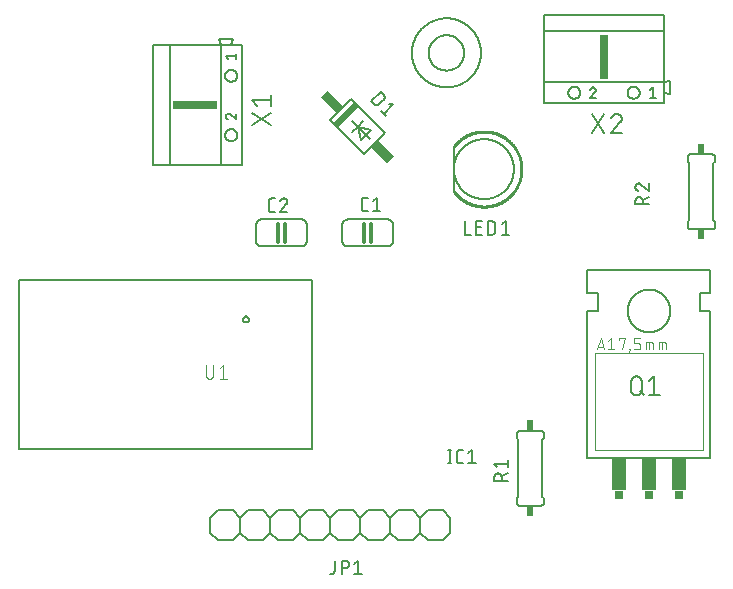
<source format=gbr>
G04 EAGLE Gerber RS-274X export*
G75*
%MOMM*%
%FSLAX34Y34*%
%LPD*%
%INSilkscreen Top*%
%IPPOS*%
%AMOC8*
5,1,8,0,0,1.08239X$1,22.5*%
G01*
%ADD10C,0.152400*%
%ADD11C,0.304800*%
%ADD12C,0.127000*%
%ADD13R,0.508000X2.540000*%
%ADD14R,1.905000X0.762000*%
%ADD15C,0.203200*%
%ADD16C,0.254000*%
%ADD17C,0.050800*%
%ADD18C,0.101600*%
%ADD19R,0.762000X0.635000*%
%ADD20R,1.270000X2.794000*%
%ADD21C,0.177800*%
%ADD22R,0.609600X0.863600*%
%ADD23C,0.200000*%
%ADD24R,3.810000X0.762000*%
%ADD25R,0.762000X3.810000*%


D10*
X202565Y314325D02*
X202565Y301625D01*
X202563Y301485D01*
X202557Y301345D01*
X202548Y301205D01*
X202534Y301066D01*
X202517Y300927D01*
X202496Y300789D01*
X202471Y300651D01*
X202442Y300514D01*
X202410Y300378D01*
X202373Y300243D01*
X202333Y300109D01*
X202290Y299976D01*
X202242Y299844D01*
X202192Y299713D01*
X202137Y299584D01*
X202079Y299457D01*
X202018Y299331D01*
X201953Y299207D01*
X201884Y299085D01*
X201813Y298965D01*
X201738Y298847D01*
X201660Y298730D01*
X201578Y298616D01*
X201494Y298505D01*
X201406Y298396D01*
X201316Y298289D01*
X201222Y298184D01*
X201126Y298083D01*
X201027Y297984D01*
X200926Y297888D01*
X200821Y297794D01*
X200714Y297704D01*
X200605Y297616D01*
X200494Y297532D01*
X200380Y297450D01*
X200263Y297372D01*
X200145Y297297D01*
X200025Y297226D01*
X199903Y297157D01*
X199779Y297092D01*
X199653Y297031D01*
X199526Y296973D01*
X199397Y296918D01*
X199266Y296868D01*
X199134Y296820D01*
X199001Y296777D01*
X198867Y296737D01*
X198732Y296700D01*
X198596Y296668D01*
X198459Y296639D01*
X198321Y296614D01*
X198183Y296593D01*
X198044Y296576D01*
X197905Y296562D01*
X197765Y296553D01*
X197625Y296547D01*
X197485Y296545D01*
X202565Y314325D02*
X202563Y314465D01*
X202557Y314605D01*
X202548Y314745D01*
X202534Y314884D01*
X202517Y315023D01*
X202496Y315161D01*
X202471Y315299D01*
X202442Y315436D01*
X202410Y315572D01*
X202373Y315707D01*
X202333Y315841D01*
X202290Y315974D01*
X202242Y316106D01*
X202192Y316237D01*
X202137Y316366D01*
X202079Y316493D01*
X202018Y316619D01*
X201953Y316743D01*
X201884Y316865D01*
X201813Y316985D01*
X201738Y317103D01*
X201660Y317220D01*
X201578Y317334D01*
X201494Y317445D01*
X201406Y317554D01*
X201316Y317661D01*
X201222Y317766D01*
X201126Y317867D01*
X201027Y317966D01*
X200926Y318062D01*
X200821Y318156D01*
X200714Y318246D01*
X200605Y318334D01*
X200494Y318418D01*
X200380Y318500D01*
X200263Y318578D01*
X200145Y318653D01*
X200025Y318724D01*
X199903Y318793D01*
X199779Y318858D01*
X199653Y318919D01*
X199526Y318977D01*
X199397Y319032D01*
X199266Y319082D01*
X199134Y319130D01*
X199001Y319173D01*
X198867Y319213D01*
X198732Y319250D01*
X198596Y319282D01*
X198459Y319311D01*
X198321Y319336D01*
X198183Y319357D01*
X198044Y319374D01*
X197905Y319388D01*
X197765Y319397D01*
X197625Y319403D01*
X197485Y319405D01*
X197485Y296545D02*
X164465Y296545D01*
X159385Y301625D02*
X159385Y314325D01*
X164465Y319405D02*
X197485Y319405D01*
X164465Y296545D02*
X164325Y296547D01*
X164185Y296553D01*
X164045Y296562D01*
X163906Y296576D01*
X163767Y296593D01*
X163629Y296614D01*
X163491Y296639D01*
X163354Y296668D01*
X163218Y296700D01*
X163083Y296737D01*
X162949Y296777D01*
X162816Y296820D01*
X162684Y296868D01*
X162553Y296918D01*
X162424Y296973D01*
X162297Y297031D01*
X162171Y297092D01*
X162047Y297157D01*
X161925Y297226D01*
X161805Y297297D01*
X161687Y297372D01*
X161570Y297450D01*
X161456Y297532D01*
X161345Y297616D01*
X161236Y297704D01*
X161129Y297794D01*
X161024Y297888D01*
X160923Y297984D01*
X160824Y298083D01*
X160728Y298184D01*
X160634Y298289D01*
X160544Y298396D01*
X160456Y298505D01*
X160372Y298616D01*
X160290Y298730D01*
X160212Y298847D01*
X160137Y298965D01*
X160066Y299085D01*
X159997Y299207D01*
X159932Y299331D01*
X159871Y299457D01*
X159813Y299584D01*
X159758Y299713D01*
X159708Y299844D01*
X159660Y299976D01*
X159617Y300109D01*
X159577Y300243D01*
X159540Y300378D01*
X159508Y300514D01*
X159479Y300651D01*
X159454Y300789D01*
X159433Y300927D01*
X159416Y301066D01*
X159402Y301205D01*
X159393Y301345D01*
X159387Y301485D01*
X159385Y301625D01*
X159385Y314325D02*
X159387Y314465D01*
X159393Y314605D01*
X159402Y314745D01*
X159416Y314884D01*
X159433Y315023D01*
X159454Y315161D01*
X159479Y315299D01*
X159508Y315436D01*
X159540Y315572D01*
X159577Y315707D01*
X159617Y315841D01*
X159660Y315974D01*
X159708Y316106D01*
X159758Y316237D01*
X159813Y316366D01*
X159871Y316493D01*
X159932Y316619D01*
X159997Y316743D01*
X160066Y316865D01*
X160137Y316985D01*
X160212Y317103D01*
X160290Y317220D01*
X160372Y317334D01*
X160456Y317445D01*
X160544Y317554D01*
X160634Y317661D01*
X160728Y317766D01*
X160824Y317867D01*
X160923Y317966D01*
X161024Y318062D01*
X161129Y318156D01*
X161236Y318246D01*
X161345Y318334D01*
X161456Y318418D01*
X161570Y318500D01*
X161687Y318578D01*
X161805Y318653D01*
X161925Y318724D01*
X162047Y318793D01*
X162171Y318858D01*
X162297Y318919D01*
X162424Y318977D01*
X162553Y319032D01*
X162684Y319082D01*
X162816Y319130D01*
X162949Y319173D01*
X163083Y319213D01*
X163218Y319250D01*
X163354Y319282D01*
X163491Y319311D01*
X163629Y319336D01*
X163767Y319357D01*
X163906Y319374D01*
X164045Y319388D01*
X164185Y319397D01*
X164325Y319403D01*
X164465Y319405D01*
D11*
X184023Y315595D02*
X184023Y300355D01*
X177673Y300355D02*
X177673Y315595D01*
D12*
X178398Y326390D02*
X180938Y326390D01*
X178398Y326390D02*
X178298Y326392D01*
X178199Y326398D01*
X178099Y326408D01*
X178001Y326421D01*
X177902Y326439D01*
X177805Y326460D01*
X177709Y326485D01*
X177613Y326514D01*
X177519Y326547D01*
X177426Y326583D01*
X177335Y326623D01*
X177245Y326667D01*
X177157Y326714D01*
X177071Y326764D01*
X176987Y326818D01*
X176905Y326875D01*
X176826Y326935D01*
X176748Y326999D01*
X176674Y327065D01*
X176602Y327134D01*
X176533Y327206D01*
X176467Y327280D01*
X176403Y327358D01*
X176343Y327437D01*
X176286Y327519D01*
X176232Y327603D01*
X176182Y327689D01*
X176135Y327777D01*
X176091Y327867D01*
X176051Y327958D01*
X176015Y328051D01*
X175982Y328145D01*
X175953Y328241D01*
X175928Y328337D01*
X175907Y328434D01*
X175889Y328533D01*
X175876Y328631D01*
X175866Y328731D01*
X175860Y328830D01*
X175858Y328930D01*
X175858Y335280D01*
X175860Y335380D01*
X175866Y335479D01*
X175876Y335579D01*
X175889Y335677D01*
X175907Y335776D01*
X175928Y335873D01*
X175953Y335969D01*
X175982Y336065D01*
X176015Y336159D01*
X176051Y336252D01*
X176091Y336343D01*
X176135Y336433D01*
X176182Y336521D01*
X176232Y336607D01*
X176286Y336691D01*
X176343Y336773D01*
X176403Y336852D01*
X176467Y336930D01*
X176533Y337004D01*
X176602Y337076D01*
X176674Y337145D01*
X176748Y337211D01*
X176826Y337275D01*
X176905Y337335D01*
X176987Y337392D01*
X177071Y337446D01*
X177157Y337496D01*
X177245Y337543D01*
X177335Y337587D01*
X177426Y337627D01*
X177519Y337663D01*
X177613Y337696D01*
X177709Y337725D01*
X177805Y337750D01*
X177902Y337771D01*
X178001Y337789D01*
X178099Y337802D01*
X178199Y337812D01*
X178298Y337818D01*
X178398Y337820D01*
X180938Y337820D01*
X185420Y335280D02*
X188595Y337820D01*
X188595Y326390D01*
X185420Y326390D02*
X191770Y326390D01*
D10*
X86360Y314325D02*
X86360Y301625D01*
X86360Y314325D02*
X86362Y314465D01*
X86368Y314605D01*
X86377Y314745D01*
X86391Y314884D01*
X86408Y315023D01*
X86429Y315161D01*
X86454Y315299D01*
X86483Y315436D01*
X86515Y315572D01*
X86552Y315707D01*
X86592Y315841D01*
X86635Y315974D01*
X86683Y316106D01*
X86733Y316237D01*
X86788Y316366D01*
X86846Y316493D01*
X86907Y316619D01*
X86972Y316743D01*
X87041Y316865D01*
X87112Y316985D01*
X87187Y317103D01*
X87265Y317220D01*
X87347Y317334D01*
X87431Y317445D01*
X87519Y317554D01*
X87609Y317661D01*
X87703Y317766D01*
X87799Y317867D01*
X87898Y317966D01*
X87999Y318062D01*
X88104Y318156D01*
X88211Y318246D01*
X88320Y318334D01*
X88431Y318418D01*
X88545Y318500D01*
X88662Y318578D01*
X88780Y318653D01*
X88900Y318724D01*
X89022Y318793D01*
X89146Y318858D01*
X89272Y318919D01*
X89399Y318977D01*
X89528Y319032D01*
X89659Y319082D01*
X89791Y319130D01*
X89924Y319173D01*
X90058Y319213D01*
X90193Y319250D01*
X90329Y319282D01*
X90466Y319311D01*
X90604Y319336D01*
X90742Y319357D01*
X90881Y319374D01*
X91020Y319388D01*
X91160Y319397D01*
X91300Y319403D01*
X91440Y319405D01*
X86360Y301625D02*
X86362Y301485D01*
X86368Y301345D01*
X86377Y301205D01*
X86391Y301066D01*
X86408Y300927D01*
X86429Y300789D01*
X86454Y300651D01*
X86483Y300514D01*
X86515Y300378D01*
X86552Y300243D01*
X86592Y300109D01*
X86635Y299976D01*
X86683Y299844D01*
X86733Y299713D01*
X86788Y299584D01*
X86846Y299457D01*
X86907Y299331D01*
X86972Y299207D01*
X87041Y299085D01*
X87112Y298965D01*
X87187Y298847D01*
X87265Y298730D01*
X87347Y298616D01*
X87431Y298505D01*
X87519Y298396D01*
X87609Y298289D01*
X87703Y298184D01*
X87799Y298083D01*
X87898Y297984D01*
X87999Y297888D01*
X88104Y297794D01*
X88211Y297704D01*
X88320Y297616D01*
X88431Y297532D01*
X88545Y297450D01*
X88662Y297372D01*
X88780Y297297D01*
X88900Y297226D01*
X89022Y297157D01*
X89146Y297092D01*
X89272Y297031D01*
X89399Y296973D01*
X89528Y296918D01*
X89659Y296868D01*
X89791Y296820D01*
X89924Y296777D01*
X90058Y296737D01*
X90193Y296700D01*
X90329Y296668D01*
X90466Y296639D01*
X90604Y296614D01*
X90742Y296593D01*
X90881Y296576D01*
X91020Y296562D01*
X91160Y296553D01*
X91300Y296547D01*
X91440Y296545D01*
X91440Y319405D02*
X124460Y319405D01*
X129540Y314325D02*
X129540Y301625D01*
X124460Y296545D02*
X91440Y296545D01*
X124460Y319405D02*
X124600Y319403D01*
X124740Y319397D01*
X124880Y319388D01*
X125019Y319374D01*
X125158Y319357D01*
X125296Y319336D01*
X125434Y319311D01*
X125571Y319282D01*
X125707Y319250D01*
X125842Y319213D01*
X125976Y319173D01*
X126109Y319130D01*
X126241Y319082D01*
X126372Y319032D01*
X126501Y318977D01*
X126628Y318919D01*
X126754Y318858D01*
X126878Y318793D01*
X127000Y318724D01*
X127120Y318653D01*
X127238Y318578D01*
X127355Y318500D01*
X127469Y318418D01*
X127580Y318334D01*
X127689Y318246D01*
X127796Y318156D01*
X127901Y318062D01*
X128002Y317966D01*
X128101Y317867D01*
X128197Y317766D01*
X128291Y317661D01*
X128381Y317554D01*
X128469Y317445D01*
X128553Y317334D01*
X128635Y317220D01*
X128713Y317103D01*
X128788Y316985D01*
X128859Y316865D01*
X128928Y316743D01*
X128993Y316619D01*
X129054Y316493D01*
X129112Y316366D01*
X129167Y316237D01*
X129217Y316106D01*
X129265Y315974D01*
X129308Y315841D01*
X129348Y315707D01*
X129385Y315572D01*
X129417Y315436D01*
X129446Y315299D01*
X129471Y315161D01*
X129492Y315023D01*
X129509Y314884D01*
X129523Y314745D01*
X129532Y314605D01*
X129538Y314465D01*
X129540Y314325D01*
X129540Y301625D02*
X129538Y301485D01*
X129532Y301345D01*
X129523Y301205D01*
X129509Y301066D01*
X129492Y300927D01*
X129471Y300789D01*
X129446Y300651D01*
X129417Y300514D01*
X129385Y300378D01*
X129348Y300243D01*
X129308Y300109D01*
X129265Y299976D01*
X129217Y299844D01*
X129167Y299713D01*
X129112Y299584D01*
X129054Y299457D01*
X128993Y299331D01*
X128928Y299207D01*
X128859Y299085D01*
X128788Y298965D01*
X128713Y298847D01*
X128635Y298730D01*
X128553Y298616D01*
X128469Y298505D01*
X128381Y298396D01*
X128291Y298289D01*
X128197Y298184D01*
X128101Y298083D01*
X128002Y297984D01*
X127901Y297888D01*
X127796Y297794D01*
X127689Y297704D01*
X127580Y297616D01*
X127469Y297532D01*
X127355Y297450D01*
X127238Y297372D01*
X127120Y297297D01*
X127000Y297226D01*
X126878Y297157D01*
X126754Y297092D01*
X126628Y297031D01*
X126501Y296973D01*
X126372Y296918D01*
X126241Y296868D01*
X126109Y296820D01*
X125976Y296777D01*
X125842Y296737D01*
X125707Y296700D01*
X125571Y296668D01*
X125434Y296639D01*
X125296Y296614D01*
X125158Y296593D01*
X125019Y296576D01*
X124880Y296562D01*
X124740Y296553D01*
X124600Y296547D01*
X124460Y296545D01*
D11*
X104902Y300355D02*
X104902Y315595D01*
X111252Y315595D02*
X111252Y300355D01*
D12*
X102235Y325755D02*
X99695Y325755D01*
X99595Y325757D01*
X99496Y325763D01*
X99396Y325773D01*
X99298Y325786D01*
X99199Y325804D01*
X99102Y325825D01*
X99006Y325850D01*
X98910Y325879D01*
X98816Y325912D01*
X98723Y325948D01*
X98632Y325988D01*
X98542Y326032D01*
X98454Y326079D01*
X98368Y326129D01*
X98284Y326183D01*
X98202Y326240D01*
X98123Y326300D01*
X98045Y326364D01*
X97971Y326430D01*
X97899Y326499D01*
X97830Y326571D01*
X97764Y326645D01*
X97700Y326723D01*
X97640Y326802D01*
X97583Y326884D01*
X97529Y326968D01*
X97479Y327054D01*
X97432Y327142D01*
X97388Y327232D01*
X97348Y327323D01*
X97312Y327416D01*
X97279Y327510D01*
X97250Y327606D01*
X97225Y327702D01*
X97204Y327799D01*
X97186Y327898D01*
X97173Y327996D01*
X97163Y328096D01*
X97157Y328195D01*
X97155Y328295D01*
X97155Y334645D01*
X97157Y334745D01*
X97163Y334844D01*
X97173Y334944D01*
X97186Y335042D01*
X97204Y335141D01*
X97225Y335238D01*
X97250Y335334D01*
X97279Y335430D01*
X97312Y335524D01*
X97348Y335617D01*
X97388Y335708D01*
X97432Y335798D01*
X97479Y335886D01*
X97529Y335972D01*
X97583Y336056D01*
X97640Y336138D01*
X97700Y336217D01*
X97764Y336295D01*
X97830Y336369D01*
X97899Y336441D01*
X97971Y336510D01*
X98045Y336576D01*
X98123Y336640D01*
X98202Y336700D01*
X98284Y336757D01*
X98368Y336811D01*
X98454Y336861D01*
X98542Y336908D01*
X98632Y336952D01*
X98723Y336992D01*
X98816Y337028D01*
X98910Y337061D01*
X99006Y337090D01*
X99102Y337115D01*
X99199Y337136D01*
X99298Y337154D01*
X99396Y337167D01*
X99496Y337177D01*
X99595Y337183D01*
X99695Y337185D01*
X102235Y337185D01*
X110210Y337186D02*
X110314Y337184D01*
X110419Y337178D01*
X110523Y337169D01*
X110626Y337156D01*
X110729Y337138D01*
X110831Y337118D01*
X110933Y337093D01*
X111033Y337065D01*
X111133Y337033D01*
X111231Y336997D01*
X111328Y336958D01*
X111423Y336916D01*
X111517Y336870D01*
X111609Y336820D01*
X111699Y336768D01*
X111787Y336712D01*
X111873Y336652D01*
X111957Y336590D01*
X112038Y336525D01*
X112117Y336457D01*
X112194Y336385D01*
X112267Y336312D01*
X112339Y336235D01*
X112407Y336156D01*
X112472Y336075D01*
X112534Y335991D01*
X112594Y335905D01*
X112650Y335817D01*
X112702Y335727D01*
X112752Y335635D01*
X112798Y335541D01*
X112840Y335446D01*
X112879Y335349D01*
X112915Y335251D01*
X112947Y335151D01*
X112975Y335051D01*
X113000Y334949D01*
X113020Y334847D01*
X113038Y334744D01*
X113051Y334641D01*
X113060Y334537D01*
X113066Y334432D01*
X113068Y334328D01*
X110210Y337185D02*
X110092Y337183D01*
X109973Y337177D01*
X109855Y337168D01*
X109738Y337155D01*
X109621Y337137D01*
X109504Y337117D01*
X109388Y337092D01*
X109273Y337064D01*
X109160Y337031D01*
X109047Y336996D01*
X108935Y336956D01*
X108825Y336914D01*
X108716Y336867D01*
X108608Y336817D01*
X108503Y336764D01*
X108399Y336707D01*
X108297Y336647D01*
X108197Y336584D01*
X108099Y336517D01*
X108003Y336448D01*
X107910Y336375D01*
X107819Y336299D01*
X107730Y336221D01*
X107644Y336139D01*
X107561Y336055D01*
X107480Y335969D01*
X107403Y335879D01*
X107328Y335788D01*
X107256Y335694D01*
X107187Y335597D01*
X107122Y335499D01*
X107059Y335398D01*
X107000Y335295D01*
X106944Y335191D01*
X106892Y335085D01*
X106843Y334977D01*
X106798Y334868D01*
X106756Y334757D01*
X106718Y334645D01*
X112115Y332106D02*
X112191Y332181D01*
X112266Y332260D01*
X112337Y332341D01*
X112406Y332425D01*
X112471Y332511D01*
X112533Y332599D01*
X112593Y332689D01*
X112649Y332781D01*
X112702Y332876D01*
X112751Y332972D01*
X112797Y333070D01*
X112840Y333169D01*
X112879Y333270D01*
X112914Y333372D01*
X112946Y333475D01*
X112974Y333579D01*
X112999Y333684D01*
X113020Y333791D01*
X113037Y333897D01*
X113050Y334004D01*
X113059Y334112D01*
X113065Y334220D01*
X113067Y334328D01*
X112115Y332105D02*
X106717Y325755D01*
X113067Y325755D01*
D10*
X177768Y374456D02*
X149031Y403193D01*
X177768Y374456D02*
X195729Y392417D01*
X166992Y421154D01*
X149031Y403193D01*
X167890Y402295D02*
X172380Y397805D01*
X184054Y395111D02*
X175074Y386131D01*
X172380Y397805D01*
X183156Y387029D01*
X184054Y395111D02*
X172380Y397805D01*
X176870Y402295D01*
X172380Y397805D02*
X167890Y393315D01*
D13*
G36*
X155318Y396907D02*
X151726Y400499D01*
X169686Y418459D01*
X173278Y414867D01*
X155318Y396907D01*
G37*
D14*
G36*
X197525Y367272D02*
X184055Y380742D01*
X189443Y386130D01*
X202913Y372660D01*
X197525Y367272D01*
G37*
G36*
X155317Y409480D02*
X141847Y422950D01*
X147235Y428338D01*
X160705Y414868D01*
X155317Y409480D01*
G37*
D12*
X184054Y419358D02*
X192136Y427440D01*
X194382Y425195D01*
X194381Y425195D02*
X194458Y425115D01*
X194532Y425033D01*
X194603Y424948D01*
X194672Y424861D01*
X194737Y424771D01*
X194799Y424679D01*
X194858Y424585D01*
X194913Y424489D01*
X194965Y424391D01*
X195014Y424292D01*
X195059Y424191D01*
X195100Y424088D01*
X195138Y423984D01*
X195172Y423878D01*
X195203Y423772D01*
X195230Y423664D01*
X195253Y423556D01*
X195272Y423447D01*
X195287Y423337D01*
X195299Y423227D01*
X195307Y423116D01*
X195311Y423005D01*
X195311Y422895D01*
X195307Y422784D01*
X195299Y422673D01*
X195287Y422563D01*
X195272Y422453D01*
X195253Y422344D01*
X195230Y422236D01*
X195203Y422128D01*
X195172Y422022D01*
X195138Y421916D01*
X195100Y421812D01*
X195059Y421709D01*
X195014Y421608D01*
X194965Y421509D01*
X194913Y421411D01*
X194858Y421315D01*
X194799Y421221D01*
X194737Y421129D01*
X194672Y421039D01*
X194603Y420952D01*
X194532Y420867D01*
X194458Y420785D01*
X194381Y420705D01*
X194382Y420705D02*
X190789Y417112D01*
X190709Y417035D01*
X190627Y416961D01*
X190542Y416890D01*
X190455Y416821D01*
X190365Y416756D01*
X190273Y416694D01*
X190179Y416636D01*
X190083Y416580D01*
X189985Y416528D01*
X189886Y416479D01*
X189785Y416434D01*
X189682Y416393D01*
X189578Y416355D01*
X189472Y416321D01*
X189366Y416290D01*
X189258Y416263D01*
X189150Y416240D01*
X189041Y416221D01*
X188931Y416206D01*
X188821Y416194D01*
X188710Y416186D01*
X188599Y416182D01*
X188489Y416182D01*
X188378Y416186D01*
X188267Y416194D01*
X188157Y416206D01*
X188047Y416221D01*
X187938Y416240D01*
X187830Y416263D01*
X187722Y416290D01*
X187616Y416321D01*
X187510Y416355D01*
X187406Y416393D01*
X187303Y416434D01*
X187202Y416479D01*
X187103Y416528D01*
X187005Y416580D01*
X186909Y416636D01*
X186815Y416694D01*
X186723Y416756D01*
X186633Y416821D01*
X186546Y416890D01*
X186461Y416961D01*
X186379Y417035D01*
X186299Y417112D01*
X184054Y419358D01*
X198692Y417292D02*
X202733Y416843D01*
X194651Y408761D01*
X192406Y411006D02*
X196896Y406516D01*
D15*
X254000Y381000D02*
X254000Y342900D01*
D16*
X254474Y342284D01*
X254963Y341679D01*
X255467Y341087D01*
X255985Y340507D01*
X256517Y339940D01*
X257063Y339386D01*
X257622Y338846D01*
X258195Y338320D01*
X258780Y337807D01*
X259377Y337310D01*
X259986Y336827D01*
X260607Y336359D01*
X261240Y335906D01*
X261883Y335469D01*
X262537Y335048D01*
X263201Y334644D01*
X263874Y334255D01*
X264557Y333883D01*
X265249Y333528D01*
X265949Y333190D01*
X266657Y332869D01*
X267373Y332566D01*
X268097Y332280D01*
X268826Y332012D01*
X269563Y331762D01*
X270305Y331531D01*
X271053Y331317D01*
X271805Y331122D01*
X272563Y330945D01*
X273324Y330787D01*
X274089Y330647D01*
X274857Y330527D01*
X275628Y330425D01*
X276401Y330342D01*
X277176Y330278D01*
X277952Y330233D01*
X278729Y330207D01*
X279507Y330200D01*
X280284Y330212D01*
X281061Y330243D01*
X281837Y330294D01*
X282612Y330363D01*
X283384Y330451D01*
X284154Y330558D01*
X284922Y330684D01*
X285686Y330828D01*
X286446Y330992D01*
X287202Y331174D01*
X287953Y331374D01*
X288700Y331592D01*
X289440Y331829D01*
X290175Y332084D01*
X290903Y332357D01*
X291624Y332648D01*
X292338Y332956D01*
X293044Y333281D01*
X293742Y333624D01*
X294432Y333984D01*
X295112Y334360D01*
X295783Y334753D01*
X296444Y335163D01*
X297095Y335588D01*
X297735Y336029D01*
X298364Y336486D01*
X298982Y336958D01*
X299588Y337445D01*
X300182Y337947D01*
X300764Y338463D01*
X301333Y338993D01*
X301888Y339537D01*
X302431Y340095D01*
X302959Y340665D01*
X303473Y341248D01*
X303973Y341844D01*
X304458Y342452D01*
X304928Y343071D01*
X305382Y343702D01*
X305821Y344344D01*
X306245Y344996D01*
X306652Y345659D01*
X307043Y346331D01*
X307417Y347013D01*
X307774Y347703D01*
X308114Y348402D01*
X308438Y349110D01*
X308743Y349824D01*
X309032Y350547D01*
X309302Y351276D01*
X309554Y352011D01*
X309789Y352753D01*
X310005Y353500D01*
X310203Y354252D01*
X310382Y355008D01*
X310543Y355769D01*
X310685Y356533D01*
X310808Y357301D01*
X310912Y358072D01*
X310998Y358845D01*
X311064Y359619D01*
X311112Y360395D01*
X311140Y361172D01*
X311150Y361950D01*
X311140Y362728D01*
X311112Y363505D01*
X311064Y364281D01*
X310998Y365055D01*
X310912Y365828D01*
X310808Y366599D01*
X310685Y367367D01*
X310543Y368131D01*
X310382Y368892D01*
X310203Y369648D01*
X310005Y370400D01*
X309789Y371147D01*
X309554Y371889D01*
X309302Y372624D01*
X309032Y373353D01*
X308743Y374076D01*
X308438Y374790D01*
X308114Y375498D01*
X307774Y376197D01*
X307417Y376887D01*
X307043Y377569D01*
X306652Y378241D01*
X306245Y378904D01*
X305821Y379556D01*
X305382Y380198D01*
X304928Y380829D01*
X304458Y381448D01*
X303973Y382056D01*
X303473Y382652D01*
X302959Y383235D01*
X302431Y383805D01*
X301888Y384363D01*
X301333Y384907D01*
X300764Y385437D01*
X300182Y385953D01*
X299588Y386455D01*
X298982Y386942D01*
X298364Y387414D01*
X297735Y387871D01*
X297095Y388312D01*
X296444Y388737D01*
X295783Y389147D01*
X295112Y389540D01*
X294432Y389916D01*
X293742Y390276D01*
X293044Y390619D01*
X292338Y390944D01*
X291624Y391252D01*
X290903Y391543D01*
X290175Y391816D01*
X289440Y392071D01*
X288700Y392308D01*
X287953Y392526D01*
X287202Y392726D01*
X286446Y392908D01*
X285686Y393072D01*
X284922Y393216D01*
X284154Y393342D01*
X283384Y393449D01*
X282612Y393537D01*
X281837Y393606D01*
X281061Y393657D01*
X280284Y393688D01*
X279507Y393700D01*
X278729Y393693D01*
X277952Y393667D01*
X277176Y393622D01*
X276401Y393558D01*
X275628Y393475D01*
X274857Y393373D01*
X274089Y393253D01*
X273324Y393113D01*
X272563Y392955D01*
X271805Y392778D01*
X271053Y392583D01*
X270305Y392369D01*
X269563Y392138D01*
X268826Y391888D01*
X268097Y391620D01*
X267373Y391334D01*
X266657Y391031D01*
X265949Y390710D01*
X265249Y390372D01*
X264557Y390017D01*
X263874Y389645D01*
X263201Y389256D01*
X262537Y388852D01*
X261883Y388431D01*
X261240Y387994D01*
X260607Y387541D01*
X259986Y387073D01*
X259377Y386590D01*
X258780Y386093D01*
X258195Y385580D01*
X257622Y385054D01*
X257063Y384514D01*
X256517Y383960D01*
X255985Y383393D01*
X255467Y382813D01*
X254963Y382221D01*
X254474Y381616D01*
X254000Y381000D01*
D10*
X254000Y361950D02*
X254008Y362573D01*
X254031Y363196D01*
X254069Y363819D01*
X254122Y364440D01*
X254191Y365059D01*
X254275Y365677D01*
X254374Y366292D01*
X254488Y366905D01*
X254617Y367515D01*
X254761Y368122D01*
X254920Y368725D01*
X255094Y369323D01*
X255282Y369918D01*
X255485Y370507D01*
X255702Y371091D01*
X255933Y371670D01*
X256179Y372243D01*
X256439Y372810D01*
X256712Y373370D01*
X256999Y373923D01*
X257300Y374470D01*
X257614Y375008D01*
X257941Y375539D01*
X258281Y376061D01*
X258633Y376576D01*
X258999Y377081D01*
X259376Y377577D01*
X259766Y378064D01*
X260167Y378541D01*
X260580Y379008D01*
X261004Y379464D01*
X261439Y379911D01*
X261886Y380346D01*
X262342Y380770D01*
X262809Y381183D01*
X263286Y381584D01*
X263773Y381974D01*
X264269Y382351D01*
X264774Y382717D01*
X265289Y383069D01*
X265811Y383409D01*
X266342Y383736D01*
X266880Y384050D01*
X267427Y384351D01*
X267980Y384638D01*
X268540Y384911D01*
X269107Y385171D01*
X269680Y385417D01*
X270259Y385648D01*
X270843Y385865D01*
X271432Y386068D01*
X272027Y386256D01*
X272625Y386430D01*
X273228Y386589D01*
X273835Y386733D01*
X274445Y386862D01*
X275058Y386976D01*
X275673Y387075D01*
X276291Y387159D01*
X276910Y387228D01*
X277531Y387281D01*
X278154Y387319D01*
X278777Y387342D01*
X279400Y387350D01*
X280023Y387342D01*
X280646Y387319D01*
X281269Y387281D01*
X281890Y387228D01*
X282509Y387159D01*
X283127Y387075D01*
X283742Y386976D01*
X284355Y386862D01*
X284965Y386733D01*
X285572Y386589D01*
X286175Y386430D01*
X286773Y386256D01*
X287368Y386068D01*
X287957Y385865D01*
X288541Y385648D01*
X289120Y385417D01*
X289693Y385171D01*
X290260Y384911D01*
X290820Y384638D01*
X291373Y384351D01*
X291920Y384050D01*
X292458Y383736D01*
X292989Y383409D01*
X293511Y383069D01*
X294026Y382717D01*
X294531Y382351D01*
X295027Y381974D01*
X295514Y381584D01*
X295991Y381183D01*
X296458Y380770D01*
X296914Y380346D01*
X297361Y379911D01*
X297796Y379464D01*
X298220Y379008D01*
X298633Y378541D01*
X299034Y378064D01*
X299424Y377577D01*
X299801Y377081D01*
X300167Y376576D01*
X300519Y376061D01*
X300859Y375539D01*
X301186Y375008D01*
X301500Y374470D01*
X301801Y373923D01*
X302088Y373370D01*
X302361Y372810D01*
X302621Y372243D01*
X302867Y371670D01*
X303098Y371091D01*
X303315Y370507D01*
X303518Y369918D01*
X303706Y369323D01*
X303880Y368725D01*
X304039Y368122D01*
X304183Y367515D01*
X304312Y366905D01*
X304426Y366292D01*
X304525Y365677D01*
X304609Y365059D01*
X304678Y364440D01*
X304731Y363819D01*
X304769Y363196D01*
X304792Y362573D01*
X304800Y361950D01*
X304792Y361327D01*
X304769Y360704D01*
X304731Y360081D01*
X304678Y359460D01*
X304609Y358841D01*
X304525Y358223D01*
X304426Y357608D01*
X304312Y356995D01*
X304183Y356385D01*
X304039Y355778D01*
X303880Y355175D01*
X303706Y354577D01*
X303518Y353982D01*
X303315Y353393D01*
X303098Y352809D01*
X302867Y352230D01*
X302621Y351657D01*
X302361Y351090D01*
X302088Y350530D01*
X301801Y349977D01*
X301500Y349430D01*
X301186Y348892D01*
X300859Y348361D01*
X300519Y347839D01*
X300167Y347324D01*
X299801Y346819D01*
X299424Y346323D01*
X299034Y345836D01*
X298633Y345359D01*
X298220Y344892D01*
X297796Y344436D01*
X297361Y343989D01*
X296914Y343554D01*
X296458Y343130D01*
X295991Y342717D01*
X295514Y342316D01*
X295027Y341926D01*
X294531Y341549D01*
X294026Y341183D01*
X293511Y340831D01*
X292989Y340491D01*
X292458Y340164D01*
X291920Y339850D01*
X291373Y339549D01*
X290820Y339262D01*
X290260Y338989D01*
X289693Y338729D01*
X289120Y338483D01*
X288541Y338252D01*
X287957Y338035D01*
X287368Y337832D01*
X286773Y337644D01*
X286175Y337470D01*
X285572Y337311D01*
X284965Y337167D01*
X284355Y337038D01*
X283742Y336924D01*
X283127Y336825D01*
X282509Y336741D01*
X281890Y336672D01*
X281269Y336619D01*
X280646Y336581D01*
X280023Y336558D01*
X279400Y336550D01*
X278777Y336558D01*
X278154Y336581D01*
X277531Y336619D01*
X276910Y336672D01*
X276291Y336741D01*
X275673Y336825D01*
X275058Y336924D01*
X274445Y337038D01*
X273835Y337167D01*
X273228Y337311D01*
X272625Y337470D01*
X272027Y337644D01*
X271432Y337832D01*
X270843Y338035D01*
X270259Y338252D01*
X269680Y338483D01*
X269107Y338729D01*
X268540Y338989D01*
X267980Y339262D01*
X267427Y339549D01*
X266880Y339850D01*
X266342Y340164D01*
X265811Y340491D01*
X265289Y340831D01*
X264774Y341183D01*
X264269Y341549D01*
X263773Y341926D01*
X263286Y342316D01*
X262809Y342717D01*
X262342Y343130D01*
X261886Y343554D01*
X261439Y343989D01*
X261004Y344436D01*
X260580Y344892D01*
X260167Y345359D01*
X259766Y345836D01*
X259376Y346323D01*
X258999Y346819D01*
X258633Y347324D01*
X258281Y347839D01*
X257941Y348361D01*
X257614Y348892D01*
X257300Y349430D01*
X256999Y349977D01*
X256712Y350530D01*
X256439Y351090D01*
X256179Y351657D01*
X255933Y352230D01*
X255702Y352809D01*
X255485Y353393D01*
X255282Y353982D01*
X255094Y354577D01*
X254920Y355175D01*
X254761Y355778D01*
X254617Y356385D01*
X254488Y356995D01*
X254374Y357608D01*
X254275Y358223D01*
X254191Y358841D01*
X254122Y359460D01*
X254069Y360081D01*
X254031Y360704D01*
X254008Y361327D01*
X254000Y361950D01*
D12*
X263042Y317881D02*
X263042Y306451D01*
X268122Y306451D01*
X272948Y306451D02*
X278028Y306451D01*
X272948Y306451D02*
X272948Y317881D01*
X278028Y317881D01*
X276758Y312801D02*
X272948Y312801D01*
X282829Y317881D02*
X282829Y306451D01*
X282829Y317881D02*
X286004Y317881D01*
X286115Y317879D01*
X286225Y317873D01*
X286336Y317864D01*
X286446Y317850D01*
X286555Y317833D01*
X286664Y317812D01*
X286772Y317787D01*
X286879Y317758D01*
X286985Y317726D01*
X287090Y317690D01*
X287193Y317650D01*
X287295Y317607D01*
X287396Y317560D01*
X287495Y317509D01*
X287592Y317456D01*
X287686Y317399D01*
X287779Y317338D01*
X287870Y317275D01*
X287959Y317208D01*
X288045Y317138D01*
X288128Y317065D01*
X288210Y316990D01*
X288288Y316912D01*
X288363Y316830D01*
X288436Y316747D01*
X288506Y316661D01*
X288573Y316572D01*
X288636Y316481D01*
X288697Y316388D01*
X288754Y316294D01*
X288807Y316197D01*
X288858Y316098D01*
X288905Y315997D01*
X288948Y315895D01*
X288988Y315792D01*
X289024Y315687D01*
X289056Y315581D01*
X289085Y315474D01*
X289110Y315366D01*
X289131Y315257D01*
X289148Y315148D01*
X289162Y315038D01*
X289171Y314927D01*
X289177Y314817D01*
X289179Y314706D01*
X289179Y309626D01*
X289177Y309515D01*
X289171Y309405D01*
X289162Y309294D01*
X289148Y309184D01*
X289131Y309075D01*
X289110Y308966D01*
X289085Y308858D01*
X289056Y308751D01*
X289024Y308645D01*
X288988Y308540D01*
X288948Y308437D01*
X288905Y308335D01*
X288858Y308234D01*
X288807Y308135D01*
X288754Y308038D01*
X288697Y307944D01*
X288636Y307851D01*
X288573Y307760D01*
X288506Y307671D01*
X288436Y307585D01*
X288363Y307502D01*
X288288Y307420D01*
X288210Y307342D01*
X288128Y307267D01*
X288045Y307194D01*
X287959Y307124D01*
X287870Y307057D01*
X287779Y306994D01*
X287686Y306933D01*
X287592Y306876D01*
X287495Y306823D01*
X287396Y306772D01*
X287295Y306725D01*
X287193Y306682D01*
X287090Y306642D01*
X286985Y306606D01*
X286879Y306574D01*
X286772Y306545D01*
X286664Y306520D01*
X286555Y306499D01*
X286446Y306482D01*
X286336Y306468D01*
X286225Y306459D01*
X286115Y306453D01*
X286004Y306451D01*
X282829Y306451D01*
X294640Y315341D02*
X297815Y317881D01*
X297815Y306451D01*
X294640Y306451D02*
X300990Y306451D01*
D10*
X367030Y117475D02*
X471170Y117475D01*
X471170Y276225D02*
X367030Y276225D01*
X471170Y241935D02*
X471170Y117475D01*
X471170Y241935D02*
X462280Y241935D01*
X462280Y257175D01*
X471170Y257175D01*
X471170Y276225D01*
X367030Y241935D02*
X367030Y117475D01*
X367030Y241935D02*
X375920Y241935D01*
X375920Y257175D01*
X367030Y257175D01*
X367030Y276225D01*
D17*
X373380Y123825D02*
X464820Y123825D01*
X464820Y206375D01*
X373380Y206375D01*
X373380Y123825D01*
D10*
X401066Y241935D02*
X401071Y242378D01*
X401088Y242820D01*
X401115Y243262D01*
X401153Y243703D01*
X401202Y244143D01*
X401261Y244581D01*
X401332Y245018D01*
X401413Y245453D01*
X401504Y245886D01*
X401606Y246317D01*
X401719Y246745D01*
X401843Y247170D01*
X401976Y247592D01*
X402120Y248010D01*
X402274Y248425D01*
X402439Y248836D01*
X402613Y249243D01*
X402797Y249646D01*
X402992Y250043D01*
X403195Y250436D01*
X403409Y250824D01*
X403632Y251206D01*
X403864Y251583D01*
X404105Y251954D01*
X404356Y252319D01*
X404615Y252678D01*
X404883Y253030D01*
X405160Y253376D01*
X405444Y253714D01*
X405738Y254046D01*
X406039Y254370D01*
X406348Y254687D01*
X406665Y254996D01*
X406989Y255297D01*
X407321Y255591D01*
X407659Y255875D01*
X408005Y256152D01*
X408357Y256420D01*
X408716Y256679D01*
X409081Y256930D01*
X409452Y257171D01*
X409829Y257403D01*
X410211Y257626D01*
X410599Y257840D01*
X410992Y258043D01*
X411389Y258238D01*
X411792Y258422D01*
X412199Y258596D01*
X412610Y258761D01*
X413025Y258915D01*
X413443Y259059D01*
X413865Y259192D01*
X414290Y259316D01*
X414718Y259429D01*
X415149Y259531D01*
X415582Y259622D01*
X416017Y259703D01*
X416454Y259774D01*
X416892Y259833D01*
X417332Y259882D01*
X417773Y259920D01*
X418215Y259947D01*
X418657Y259964D01*
X419100Y259969D01*
X419543Y259964D01*
X419985Y259947D01*
X420427Y259920D01*
X420868Y259882D01*
X421308Y259833D01*
X421746Y259774D01*
X422183Y259703D01*
X422618Y259622D01*
X423051Y259531D01*
X423482Y259429D01*
X423910Y259316D01*
X424335Y259192D01*
X424757Y259059D01*
X425175Y258915D01*
X425590Y258761D01*
X426001Y258596D01*
X426408Y258422D01*
X426811Y258238D01*
X427208Y258043D01*
X427601Y257840D01*
X427989Y257626D01*
X428371Y257403D01*
X428748Y257171D01*
X429119Y256930D01*
X429484Y256679D01*
X429843Y256420D01*
X430195Y256152D01*
X430541Y255875D01*
X430879Y255591D01*
X431211Y255297D01*
X431535Y254996D01*
X431852Y254687D01*
X432161Y254370D01*
X432462Y254046D01*
X432756Y253714D01*
X433040Y253376D01*
X433317Y253030D01*
X433585Y252678D01*
X433844Y252319D01*
X434095Y251954D01*
X434336Y251583D01*
X434568Y251206D01*
X434791Y250824D01*
X435005Y250436D01*
X435208Y250043D01*
X435403Y249646D01*
X435587Y249243D01*
X435761Y248836D01*
X435926Y248425D01*
X436080Y248010D01*
X436224Y247592D01*
X436357Y247170D01*
X436481Y246745D01*
X436594Y246317D01*
X436696Y245886D01*
X436787Y245453D01*
X436868Y245018D01*
X436939Y244581D01*
X436998Y244143D01*
X437047Y243703D01*
X437085Y243262D01*
X437112Y242820D01*
X437129Y242378D01*
X437134Y241935D01*
X437129Y241492D01*
X437112Y241050D01*
X437085Y240608D01*
X437047Y240167D01*
X436998Y239727D01*
X436939Y239289D01*
X436868Y238852D01*
X436787Y238417D01*
X436696Y237984D01*
X436594Y237553D01*
X436481Y237125D01*
X436357Y236700D01*
X436224Y236278D01*
X436080Y235860D01*
X435926Y235445D01*
X435761Y235034D01*
X435587Y234627D01*
X435403Y234224D01*
X435208Y233827D01*
X435005Y233434D01*
X434791Y233046D01*
X434568Y232664D01*
X434336Y232287D01*
X434095Y231916D01*
X433844Y231551D01*
X433585Y231192D01*
X433317Y230840D01*
X433040Y230494D01*
X432756Y230156D01*
X432462Y229824D01*
X432161Y229500D01*
X431852Y229183D01*
X431535Y228874D01*
X431211Y228573D01*
X430879Y228279D01*
X430541Y227995D01*
X430195Y227718D01*
X429843Y227450D01*
X429484Y227191D01*
X429119Y226940D01*
X428748Y226699D01*
X428371Y226467D01*
X427989Y226244D01*
X427601Y226030D01*
X427208Y225827D01*
X426811Y225632D01*
X426408Y225448D01*
X426001Y225274D01*
X425590Y225109D01*
X425175Y224955D01*
X424757Y224811D01*
X424335Y224678D01*
X423910Y224554D01*
X423482Y224441D01*
X423051Y224339D01*
X422618Y224248D01*
X422183Y224167D01*
X421746Y224096D01*
X421308Y224037D01*
X420868Y223988D01*
X420427Y223950D01*
X419985Y223923D01*
X419543Y223906D01*
X419100Y223901D01*
X418657Y223906D01*
X418215Y223923D01*
X417773Y223950D01*
X417332Y223988D01*
X416892Y224037D01*
X416454Y224096D01*
X416017Y224167D01*
X415582Y224248D01*
X415149Y224339D01*
X414718Y224441D01*
X414290Y224554D01*
X413865Y224678D01*
X413443Y224811D01*
X413025Y224955D01*
X412610Y225109D01*
X412199Y225274D01*
X411792Y225448D01*
X411389Y225632D01*
X410992Y225827D01*
X410599Y226030D01*
X410211Y226244D01*
X409829Y226467D01*
X409452Y226699D01*
X409081Y226940D01*
X408716Y227191D01*
X408357Y227450D01*
X408005Y227718D01*
X407659Y227995D01*
X407321Y228279D01*
X406989Y228573D01*
X406665Y228874D01*
X406348Y229183D01*
X406039Y229500D01*
X405738Y229824D01*
X405444Y230156D01*
X405160Y230494D01*
X404883Y230840D01*
X404615Y231192D01*
X404356Y231551D01*
X404105Y231916D01*
X403864Y232287D01*
X403632Y232664D01*
X403409Y233046D01*
X403195Y233434D01*
X402992Y233827D01*
X402797Y234224D01*
X402613Y234627D01*
X402439Y235034D01*
X402274Y235445D01*
X402120Y235860D01*
X401976Y236278D01*
X401843Y236700D01*
X401719Y237125D01*
X401606Y237553D01*
X401504Y237984D01*
X401413Y238417D01*
X401332Y238852D01*
X401261Y239289D01*
X401202Y239727D01*
X401153Y240167D01*
X401115Y240608D01*
X401088Y241050D01*
X401071Y241492D01*
X401066Y241935D01*
D18*
X378206Y218567D02*
X375158Y209423D01*
X381254Y209423D02*
X378206Y218567D01*
X380492Y211709D02*
X375920Y211709D01*
X384810Y216535D02*
X387350Y218567D01*
X387350Y209423D01*
X384810Y209423D02*
X389890Y209423D01*
X393954Y217551D02*
X393954Y218567D01*
X399034Y218567D01*
X396494Y209423D01*
X402602Y209423D02*
X403110Y209423D01*
X402602Y209423D02*
X402602Y209931D01*
X403110Y209931D01*
X403110Y209423D01*
X402348Y207391D01*
X406756Y209423D02*
X409804Y209423D01*
X409893Y209425D01*
X409981Y209431D01*
X410069Y209440D01*
X410157Y209454D01*
X410244Y209471D01*
X410330Y209492D01*
X410415Y209517D01*
X410499Y209546D01*
X410582Y209578D01*
X410663Y209613D01*
X410742Y209653D01*
X410820Y209695D01*
X410896Y209741D01*
X410970Y209790D01*
X411041Y209843D01*
X411110Y209898D01*
X411177Y209957D01*
X411241Y210018D01*
X411302Y210082D01*
X411361Y210149D01*
X411416Y210218D01*
X411469Y210289D01*
X411518Y210363D01*
X411564Y210439D01*
X411606Y210517D01*
X411646Y210596D01*
X411681Y210677D01*
X411713Y210760D01*
X411742Y210844D01*
X411767Y210929D01*
X411788Y211015D01*
X411805Y211102D01*
X411819Y211190D01*
X411828Y211278D01*
X411834Y211366D01*
X411836Y211455D01*
X411836Y212471D01*
X411834Y212560D01*
X411828Y212648D01*
X411819Y212736D01*
X411805Y212824D01*
X411788Y212911D01*
X411767Y212997D01*
X411742Y213082D01*
X411713Y213166D01*
X411681Y213249D01*
X411646Y213330D01*
X411606Y213409D01*
X411564Y213487D01*
X411518Y213563D01*
X411469Y213637D01*
X411416Y213708D01*
X411361Y213777D01*
X411302Y213844D01*
X411241Y213908D01*
X411177Y213969D01*
X411110Y214028D01*
X411041Y214083D01*
X410970Y214136D01*
X410896Y214185D01*
X410820Y214231D01*
X410742Y214273D01*
X410663Y214313D01*
X410582Y214348D01*
X410499Y214380D01*
X410415Y214409D01*
X410330Y214434D01*
X410244Y214455D01*
X410157Y214472D01*
X410069Y214486D01*
X409981Y214495D01*
X409893Y214501D01*
X409804Y214503D01*
X406756Y214503D01*
X406756Y218567D01*
X411836Y218567D01*
X416306Y215519D02*
X416306Y209423D01*
X416306Y215519D02*
X420878Y215519D01*
X420955Y215517D01*
X421032Y215511D01*
X421109Y215501D01*
X421185Y215488D01*
X421260Y215470D01*
X421334Y215449D01*
X421407Y215424D01*
X421479Y215395D01*
X421549Y215363D01*
X421618Y215328D01*
X421684Y215288D01*
X421749Y215246D01*
X421811Y215200D01*
X421871Y215151D01*
X421928Y215100D01*
X421983Y215045D01*
X422034Y214988D01*
X422083Y214928D01*
X422129Y214866D01*
X422171Y214801D01*
X422211Y214735D01*
X422246Y214666D01*
X422278Y214596D01*
X422307Y214524D01*
X422332Y214451D01*
X422353Y214377D01*
X422371Y214302D01*
X422384Y214226D01*
X422394Y214149D01*
X422400Y214072D01*
X422402Y213995D01*
X422402Y209423D01*
X419354Y209423D02*
X419354Y215519D01*
X427279Y215519D02*
X427279Y209423D01*
X427279Y215519D02*
X431851Y215519D01*
X431928Y215517D01*
X432005Y215511D01*
X432082Y215501D01*
X432158Y215488D01*
X432233Y215470D01*
X432307Y215449D01*
X432380Y215424D01*
X432452Y215395D01*
X432522Y215363D01*
X432591Y215328D01*
X432657Y215288D01*
X432722Y215246D01*
X432784Y215200D01*
X432844Y215151D01*
X432901Y215100D01*
X432956Y215045D01*
X433007Y214988D01*
X433056Y214928D01*
X433102Y214866D01*
X433144Y214801D01*
X433184Y214735D01*
X433219Y214666D01*
X433251Y214596D01*
X433280Y214524D01*
X433305Y214451D01*
X433326Y214377D01*
X433344Y214302D01*
X433357Y214226D01*
X433367Y214149D01*
X433373Y214072D01*
X433375Y213995D01*
X433375Y209423D01*
X430327Y209423D02*
X430327Y215519D01*
D19*
X444500Y86360D03*
X419100Y86360D03*
X393700Y86360D03*
D20*
X393700Y103505D03*
X419100Y103505D03*
X444500Y103505D03*
D21*
X404114Y174879D02*
X404114Y181991D01*
X404116Y182123D01*
X404122Y182254D01*
X404132Y182386D01*
X404145Y182517D01*
X404163Y182647D01*
X404184Y182777D01*
X404209Y182907D01*
X404238Y183035D01*
X404271Y183163D01*
X404308Y183289D01*
X404348Y183415D01*
X404392Y183539D01*
X404440Y183662D01*
X404491Y183783D01*
X404546Y183903D01*
X404604Y184021D01*
X404666Y184137D01*
X404732Y184251D01*
X404800Y184364D01*
X404872Y184474D01*
X404947Y184582D01*
X405026Y184688D01*
X405107Y184792D01*
X405192Y184893D01*
X405279Y184991D01*
X405370Y185087D01*
X405463Y185180D01*
X405559Y185271D01*
X405657Y185358D01*
X405758Y185443D01*
X405862Y185524D01*
X405968Y185603D01*
X406076Y185678D01*
X406186Y185750D01*
X406299Y185818D01*
X406413Y185884D01*
X406529Y185946D01*
X406647Y186004D01*
X406767Y186059D01*
X406888Y186110D01*
X407011Y186158D01*
X407135Y186202D01*
X407261Y186242D01*
X407387Y186279D01*
X407515Y186312D01*
X407643Y186341D01*
X407773Y186366D01*
X407903Y186387D01*
X408033Y186405D01*
X408164Y186418D01*
X408296Y186428D01*
X408427Y186434D01*
X408559Y186436D01*
X408691Y186434D01*
X408822Y186428D01*
X408954Y186418D01*
X409085Y186405D01*
X409215Y186387D01*
X409345Y186366D01*
X409475Y186341D01*
X409603Y186312D01*
X409731Y186279D01*
X409857Y186242D01*
X409983Y186202D01*
X410107Y186158D01*
X410230Y186110D01*
X410351Y186059D01*
X410471Y186004D01*
X410589Y185946D01*
X410705Y185884D01*
X410819Y185818D01*
X410932Y185750D01*
X411042Y185678D01*
X411150Y185603D01*
X411256Y185524D01*
X411360Y185443D01*
X411461Y185358D01*
X411559Y185271D01*
X411655Y185180D01*
X411748Y185087D01*
X411839Y184991D01*
X411926Y184893D01*
X412011Y184792D01*
X412092Y184688D01*
X412171Y184582D01*
X412246Y184474D01*
X412318Y184364D01*
X412386Y184251D01*
X412452Y184137D01*
X412514Y184021D01*
X412572Y183903D01*
X412627Y183783D01*
X412678Y183662D01*
X412726Y183539D01*
X412770Y183415D01*
X412810Y183289D01*
X412847Y183163D01*
X412880Y183035D01*
X412909Y182907D01*
X412934Y182777D01*
X412955Y182647D01*
X412973Y182517D01*
X412986Y182386D01*
X412996Y182254D01*
X413002Y182123D01*
X413004Y181991D01*
X413004Y174879D01*
X413002Y174747D01*
X412996Y174616D01*
X412986Y174484D01*
X412973Y174353D01*
X412955Y174223D01*
X412934Y174093D01*
X412909Y173963D01*
X412880Y173835D01*
X412847Y173707D01*
X412810Y173581D01*
X412770Y173455D01*
X412726Y173331D01*
X412678Y173208D01*
X412627Y173087D01*
X412572Y172967D01*
X412514Y172849D01*
X412452Y172733D01*
X412386Y172619D01*
X412318Y172506D01*
X412246Y172396D01*
X412171Y172288D01*
X412092Y172182D01*
X412011Y172078D01*
X411926Y171977D01*
X411839Y171879D01*
X411748Y171783D01*
X411655Y171690D01*
X411559Y171599D01*
X411461Y171512D01*
X411360Y171427D01*
X411256Y171346D01*
X411150Y171267D01*
X411042Y171192D01*
X410932Y171120D01*
X410819Y171052D01*
X410705Y170986D01*
X410589Y170924D01*
X410471Y170866D01*
X410351Y170811D01*
X410230Y170760D01*
X410107Y170712D01*
X409983Y170668D01*
X409857Y170628D01*
X409731Y170591D01*
X409603Y170558D01*
X409475Y170529D01*
X409345Y170504D01*
X409215Y170483D01*
X409085Y170465D01*
X408954Y170452D01*
X408822Y170442D01*
X408691Y170436D01*
X408559Y170434D01*
X408427Y170436D01*
X408296Y170442D01*
X408164Y170452D01*
X408033Y170465D01*
X407903Y170483D01*
X407773Y170504D01*
X407643Y170529D01*
X407515Y170558D01*
X407387Y170591D01*
X407261Y170628D01*
X407135Y170668D01*
X407011Y170712D01*
X406888Y170760D01*
X406767Y170811D01*
X406647Y170866D01*
X406529Y170924D01*
X406413Y170986D01*
X406299Y171052D01*
X406186Y171120D01*
X406076Y171192D01*
X405968Y171267D01*
X405862Y171346D01*
X405758Y171427D01*
X405657Y171512D01*
X405559Y171599D01*
X405463Y171690D01*
X405370Y171783D01*
X405279Y171879D01*
X405192Y171977D01*
X405107Y172078D01*
X405026Y172182D01*
X404947Y172288D01*
X404872Y172396D01*
X404800Y172506D01*
X404732Y172619D01*
X404666Y172733D01*
X404604Y172849D01*
X404546Y172967D01*
X404491Y173087D01*
X404440Y173208D01*
X404392Y173331D01*
X404348Y173455D01*
X404308Y173581D01*
X404271Y173707D01*
X404238Y173835D01*
X404209Y173963D01*
X404184Y174093D01*
X404163Y174223D01*
X404145Y174353D01*
X404132Y174484D01*
X404122Y174616D01*
X404116Y174747D01*
X404114Y174879D01*
X411226Y173990D02*
X414782Y170434D01*
X419345Y182880D02*
X423790Y186436D01*
X423790Y170434D01*
X419345Y170434D02*
X428235Y170434D01*
D10*
X309769Y77065D02*
X309669Y77067D01*
X309570Y77073D01*
X309470Y77083D01*
X309372Y77096D01*
X309273Y77114D01*
X309176Y77135D01*
X309080Y77160D01*
X308984Y77189D01*
X308890Y77222D01*
X308797Y77258D01*
X308706Y77298D01*
X308616Y77342D01*
X308528Y77389D01*
X308442Y77439D01*
X308358Y77493D01*
X308276Y77550D01*
X308197Y77610D01*
X308119Y77674D01*
X308045Y77740D01*
X307973Y77809D01*
X307904Y77881D01*
X307838Y77955D01*
X307774Y78033D01*
X307714Y78112D01*
X307657Y78194D01*
X307603Y78278D01*
X307553Y78364D01*
X307506Y78452D01*
X307462Y78542D01*
X307422Y78633D01*
X307386Y78726D01*
X307353Y78820D01*
X307324Y78916D01*
X307299Y79012D01*
X307278Y79109D01*
X307260Y79208D01*
X307247Y79306D01*
X307237Y79406D01*
X307231Y79505D01*
X307229Y79605D01*
X327549Y77065D02*
X327649Y77067D01*
X327748Y77073D01*
X327848Y77083D01*
X327946Y77096D01*
X328045Y77114D01*
X328142Y77135D01*
X328238Y77160D01*
X328334Y77189D01*
X328428Y77222D01*
X328521Y77258D01*
X328612Y77298D01*
X328702Y77342D01*
X328790Y77389D01*
X328876Y77439D01*
X328960Y77493D01*
X329042Y77550D01*
X329121Y77610D01*
X329199Y77674D01*
X329273Y77740D01*
X329345Y77809D01*
X329414Y77881D01*
X329480Y77955D01*
X329544Y78033D01*
X329604Y78112D01*
X329661Y78194D01*
X329715Y78278D01*
X329765Y78364D01*
X329812Y78452D01*
X329856Y78542D01*
X329896Y78633D01*
X329932Y78726D01*
X329965Y78820D01*
X329994Y78916D01*
X330019Y79012D01*
X330040Y79109D01*
X330058Y79208D01*
X330071Y79306D01*
X330081Y79406D01*
X330087Y79505D01*
X330089Y79605D01*
X330089Y138025D02*
X330087Y138125D01*
X330081Y138224D01*
X330071Y138324D01*
X330058Y138422D01*
X330040Y138521D01*
X330019Y138618D01*
X329994Y138714D01*
X329965Y138810D01*
X329932Y138904D01*
X329896Y138997D01*
X329856Y139088D01*
X329812Y139178D01*
X329765Y139266D01*
X329715Y139352D01*
X329661Y139436D01*
X329604Y139518D01*
X329544Y139597D01*
X329480Y139675D01*
X329414Y139749D01*
X329345Y139821D01*
X329273Y139890D01*
X329199Y139956D01*
X329121Y140020D01*
X329042Y140080D01*
X328960Y140137D01*
X328876Y140191D01*
X328790Y140241D01*
X328702Y140288D01*
X328612Y140332D01*
X328521Y140372D01*
X328428Y140408D01*
X328334Y140441D01*
X328238Y140470D01*
X328142Y140495D01*
X328045Y140516D01*
X327946Y140534D01*
X327848Y140547D01*
X327748Y140557D01*
X327649Y140563D01*
X327549Y140565D01*
X309769Y140565D02*
X309669Y140563D01*
X309570Y140557D01*
X309470Y140547D01*
X309372Y140534D01*
X309273Y140516D01*
X309176Y140495D01*
X309080Y140470D01*
X308984Y140441D01*
X308890Y140408D01*
X308797Y140372D01*
X308706Y140332D01*
X308616Y140288D01*
X308528Y140241D01*
X308442Y140191D01*
X308358Y140137D01*
X308276Y140080D01*
X308197Y140020D01*
X308119Y139956D01*
X308045Y139890D01*
X307973Y139821D01*
X307904Y139749D01*
X307838Y139675D01*
X307774Y139597D01*
X307714Y139518D01*
X307657Y139436D01*
X307603Y139352D01*
X307553Y139266D01*
X307506Y139178D01*
X307462Y139088D01*
X307422Y138997D01*
X307386Y138904D01*
X307353Y138810D01*
X307324Y138714D01*
X307299Y138618D01*
X307278Y138521D01*
X307260Y138422D01*
X307247Y138324D01*
X307237Y138224D01*
X307231Y138125D01*
X307229Y138025D01*
X309769Y77065D02*
X327549Y77065D01*
X307229Y79605D02*
X307229Y83415D01*
X308499Y84685D01*
X330089Y83415D02*
X330089Y79605D01*
X330089Y83415D02*
X328819Y84685D01*
X308499Y132945D02*
X307229Y134215D01*
X308499Y132945D02*
X308499Y84685D01*
X328819Y132945D02*
X330089Y134215D01*
X328819Y132945D02*
X328819Y84685D01*
X307229Y134215D02*
X307229Y138025D01*
X330089Y138025D02*
X330089Y134215D01*
X327549Y140565D02*
X309769Y140565D01*
D22*
X318659Y144883D03*
X318659Y72747D03*
D12*
X299609Y98020D02*
X288179Y98020D01*
X288179Y101195D01*
X288181Y101306D01*
X288187Y101416D01*
X288196Y101527D01*
X288210Y101637D01*
X288227Y101746D01*
X288248Y101855D01*
X288273Y101963D01*
X288302Y102070D01*
X288334Y102176D01*
X288370Y102281D01*
X288410Y102384D01*
X288453Y102486D01*
X288500Y102587D01*
X288551Y102686D01*
X288604Y102782D01*
X288661Y102877D01*
X288722Y102970D01*
X288785Y103061D01*
X288852Y103150D01*
X288922Y103236D01*
X288995Y103319D01*
X289070Y103401D01*
X289148Y103479D01*
X289230Y103554D01*
X289313Y103627D01*
X289399Y103697D01*
X289488Y103764D01*
X289579Y103827D01*
X289672Y103888D01*
X289767Y103945D01*
X289863Y103998D01*
X289962Y104049D01*
X290063Y104096D01*
X290165Y104139D01*
X290268Y104179D01*
X290373Y104215D01*
X290479Y104247D01*
X290586Y104276D01*
X290694Y104301D01*
X290803Y104322D01*
X290912Y104339D01*
X291022Y104353D01*
X291133Y104362D01*
X291243Y104368D01*
X291354Y104370D01*
X291465Y104368D01*
X291575Y104362D01*
X291686Y104353D01*
X291796Y104339D01*
X291905Y104322D01*
X292014Y104301D01*
X292122Y104276D01*
X292229Y104247D01*
X292335Y104215D01*
X292440Y104179D01*
X292543Y104139D01*
X292645Y104096D01*
X292746Y104049D01*
X292845Y103998D01*
X292942Y103945D01*
X293036Y103888D01*
X293129Y103827D01*
X293220Y103764D01*
X293309Y103697D01*
X293395Y103627D01*
X293478Y103554D01*
X293560Y103479D01*
X293638Y103401D01*
X293713Y103319D01*
X293786Y103236D01*
X293856Y103150D01*
X293923Y103061D01*
X293986Y102970D01*
X294047Y102877D01*
X294104Y102783D01*
X294157Y102686D01*
X294208Y102587D01*
X294255Y102486D01*
X294298Y102384D01*
X294338Y102281D01*
X294374Y102176D01*
X294406Y102070D01*
X294435Y101963D01*
X294460Y101855D01*
X294481Y101746D01*
X294498Y101637D01*
X294512Y101527D01*
X294521Y101416D01*
X294527Y101306D01*
X294529Y101195D01*
X294529Y98020D01*
X294529Y101830D02*
X299609Y104370D01*
X290719Y109367D02*
X288179Y112542D01*
X299609Y112542D01*
X299609Y109367D02*
X299609Y115717D01*
D10*
X454660Y311150D02*
X454560Y311152D01*
X454461Y311158D01*
X454361Y311168D01*
X454263Y311181D01*
X454164Y311199D01*
X454067Y311220D01*
X453971Y311245D01*
X453875Y311274D01*
X453781Y311307D01*
X453688Y311343D01*
X453597Y311383D01*
X453507Y311427D01*
X453419Y311474D01*
X453333Y311524D01*
X453249Y311578D01*
X453167Y311635D01*
X453088Y311695D01*
X453010Y311759D01*
X452936Y311825D01*
X452864Y311894D01*
X452795Y311966D01*
X452729Y312040D01*
X452665Y312118D01*
X452605Y312197D01*
X452548Y312279D01*
X452494Y312363D01*
X452444Y312449D01*
X452397Y312537D01*
X452353Y312627D01*
X452313Y312718D01*
X452277Y312811D01*
X452244Y312905D01*
X452215Y313001D01*
X452190Y313097D01*
X452169Y313194D01*
X452151Y313293D01*
X452138Y313391D01*
X452128Y313491D01*
X452122Y313590D01*
X452120Y313690D01*
X472440Y311150D02*
X472540Y311152D01*
X472639Y311158D01*
X472739Y311168D01*
X472837Y311181D01*
X472936Y311199D01*
X473033Y311220D01*
X473129Y311245D01*
X473225Y311274D01*
X473319Y311307D01*
X473412Y311343D01*
X473503Y311383D01*
X473593Y311427D01*
X473681Y311474D01*
X473767Y311524D01*
X473851Y311578D01*
X473933Y311635D01*
X474012Y311695D01*
X474090Y311759D01*
X474164Y311825D01*
X474236Y311894D01*
X474305Y311966D01*
X474371Y312040D01*
X474435Y312118D01*
X474495Y312197D01*
X474552Y312279D01*
X474606Y312363D01*
X474656Y312449D01*
X474703Y312537D01*
X474747Y312627D01*
X474787Y312718D01*
X474823Y312811D01*
X474856Y312905D01*
X474885Y313001D01*
X474910Y313097D01*
X474931Y313194D01*
X474949Y313293D01*
X474962Y313391D01*
X474972Y313491D01*
X474978Y313590D01*
X474980Y313690D01*
X474980Y372110D02*
X474978Y372210D01*
X474972Y372309D01*
X474962Y372409D01*
X474949Y372507D01*
X474931Y372606D01*
X474910Y372703D01*
X474885Y372799D01*
X474856Y372895D01*
X474823Y372989D01*
X474787Y373082D01*
X474747Y373173D01*
X474703Y373263D01*
X474656Y373351D01*
X474606Y373437D01*
X474552Y373521D01*
X474495Y373603D01*
X474435Y373682D01*
X474371Y373760D01*
X474305Y373834D01*
X474236Y373906D01*
X474164Y373975D01*
X474090Y374041D01*
X474012Y374105D01*
X473933Y374165D01*
X473851Y374222D01*
X473767Y374276D01*
X473681Y374326D01*
X473593Y374373D01*
X473503Y374417D01*
X473412Y374457D01*
X473319Y374493D01*
X473225Y374526D01*
X473129Y374555D01*
X473033Y374580D01*
X472936Y374601D01*
X472837Y374619D01*
X472739Y374632D01*
X472639Y374642D01*
X472540Y374648D01*
X472440Y374650D01*
X454660Y374650D02*
X454560Y374648D01*
X454461Y374642D01*
X454361Y374632D01*
X454263Y374619D01*
X454164Y374601D01*
X454067Y374580D01*
X453971Y374555D01*
X453875Y374526D01*
X453781Y374493D01*
X453688Y374457D01*
X453597Y374417D01*
X453507Y374373D01*
X453419Y374326D01*
X453333Y374276D01*
X453249Y374222D01*
X453167Y374165D01*
X453088Y374105D01*
X453010Y374041D01*
X452936Y373975D01*
X452864Y373906D01*
X452795Y373834D01*
X452729Y373760D01*
X452665Y373682D01*
X452605Y373603D01*
X452548Y373521D01*
X452494Y373437D01*
X452444Y373351D01*
X452397Y373263D01*
X452353Y373173D01*
X452313Y373082D01*
X452277Y372989D01*
X452244Y372895D01*
X452215Y372799D01*
X452190Y372703D01*
X452169Y372606D01*
X452151Y372507D01*
X452138Y372409D01*
X452128Y372309D01*
X452122Y372210D01*
X452120Y372110D01*
X454660Y311150D02*
X472440Y311150D01*
X452120Y313690D02*
X452120Y317500D01*
X453390Y318770D01*
X474980Y317500D02*
X474980Y313690D01*
X474980Y317500D02*
X473710Y318770D01*
X453390Y367030D02*
X452120Y368300D01*
X453390Y367030D02*
X453390Y318770D01*
X473710Y367030D02*
X474980Y368300D01*
X473710Y367030D02*
X473710Y318770D01*
X452120Y368300D02*
X452120Y372110D01*
X474980Y372110D02*
X474980Y368300D01*
X472440Y374650D02*
X454660Y374650D01*
D22*
X463550Y378968D03*
X463550Y306832D03*
D12*
X419100Y332105D02*
X407670Y332105D01*
X407670Y335280D01*
X407672Y335391D01*
X407678Y335501D01*
X407687Y335612D01*
X407701Y335722D01*
X407718Y335831D01*
X407739Y335940D01*
X407764Y336048D01*
X407793Y336155D01*
X407825Y336261D01*
X407861Y336366D01*
X407901Y336469D01*
X407944Y336571D01*
X407991Y336672D01*
X408042Y336771D01*
X408095Y336868D01*
X408152Y336962D01*
X408213Y337055D01*
X408276Y337146D01*
X408343Y337235D01*
X408413Y337321D01*
X408486Y337404D01*
X408561Y337486D01*
X408639Y337564D01*
X408721Y337639D01*
X408804Y337712D01*
X408890Y337782D01*
X408979Y337849D01*
X409070Y337912D01*
X409163Y337973D01*
X409258Y338030D01*
X409354Y338083D01*
X409453Y338134D01*
X409554Y338181D01*
X409656Y338224D01*
X409759Y338264D01*
X409864Y338300D01*
X409970Y338332D01*
X410077Y338361D01*
X410185Y338386D01*
X410294Y338407D01*
X410403Y338424D01*
X410513Y338438D01*
X410624Y338447D01*
X410734Y338453D01*
X410845Y338455D01*
X410956Y338453D01*
X411066Y338447D01*
X411177Y338438D01*
X411287Y338424D01*
X411396Y338407D01*
X411505Y338386D01*
X411613Y338361D01*
X411720Y338332D01*
X411826Y338300D01*
X411931Y338264D01*
X412034Y338224D01*
X412136Y338181D01*
X412237Y338134D01*
X412336Y338083D01*
X412433Y338030D01*
X412527Y337973D01*
X412620Y337912D01*
X412711Y337849D01*
X412800Y337782D01*
X412886Y337712D01*
X412969Y337639D01*
X413051Y337564D01*
X413129Y337486D01*
X413204Y337404D01*
X413277Y337321D01*
X413347Y337235D01*
X413414Y337146D01*
X413477Y337055D01*
X413538Y336962D01*
X413595Y336868D01*
X413648Y336771D01*
X413699Y336672D01*
X413746Y336571D01*
X413789Y336469D01*
X413829Y336366D01*
X413865Y336261D01*
X413897Y336155D01*
X413926Y336048D01*
X413951Y335940D01*
X413972Y335831D01*
X413989Y335722D01*
X414003Y335612D01*
X414012Y335501D01*
X414018Y335391D01*
X414020Y335280D01*
X414020Y332105D01*
X414020Y335915D02*
X419100Y338455D01*
X410528Y349803D02*
X410424Y349801D01*
X410319Y349795D01*
X410215Y349786D01*
X410112Y349773D01*
X410009Y349755D01*
X409907Y349735D01*
X409805Y349710D01*
X409705Y349682D01*
X409605Y349650D01*
X409507Y349614D01*
X409410Y349575D01*
X409315Y349533D01*
X409221Y349487D01*
X409129Y349437D01*
X409039Y349385D01*
X408951Y349329D01*
X408865Y349269D01*
X408781Y349207D01*
X408700Y349142D01*
X408621Y349074D01*
X408544Y349002D01*
X408471Y348929D01*
X408399Y348852D01*
X408331Y348773D01*
X408266Y348692D01*
X408204Y348608D01*
X408144Y348522D01*
X408088Y348434D01*
X408036Y348344D01*
X407986Y348252D01*
X407940Y348158D01*
X407898Y348063D01*
X407859Y347966D01*
X407823Y347868D01*
X407791Y347768D01*
X407763Y347668D01*
X407738Y347566D01*
X407718Y347464D01*
X407700Y347361D01*
X407687Y347258D01*
X407678Y347154D01*
X407672Y347049D01*
X407670Y346945D01*
X407672Y346827D01*
X407678Y346708D01*
X407687Y346590D01*
X407700Y346473D01*
X407718Y346356D01*
X407738Y346239D01*
X407763Y346123D01*
X407791Y346008D01*
X407824Y345895D01*
X407859Y345782D01*
X407899Y345670D01*
X407941Y345560D01*
X407988Y345451D01*
X408038Y345343D01*
X408091Y345238D01*
X408148Y345134D01*
X408208Y345032D01*
X408271Y344932D01*
X408338Y344834D01*
X408407Y344738D01*
X408480Y344645D01*
X408556Y344554D01*
X408634Y344465D01*
X408716Y344379D01*
X408800Y344296D01*
X408886Y344215D01*
X408976Y344138D01*
X409067Y344063D01*
X409161Y343991D01*
X409258Y343922D01*
X409356Y343857D01*
X409457Y343794D01*
X409560Y343735D01*
X409664Y343679D01*
X409770Y343627D01*
X409878Y343578D01*
X409987Y343533D01*
X410098Y343491D01*
X410210Y343453D01*
X412750Y348850D02*
X412675Y348926D01*
X412596Y349001D01*
X412515Y349072D01*
X412431Y349141D01*
X412345Y349206D01*
X412257Y349268D01*
X412167Y349328D01*
X412075Y349384D01*
X411980Y349437D01*
X411884Y349486D01*
X411786Y349532D01*
X411687Y349575D01*
X411586Y349614D01*
X411484Y349649D01*
X411381Y349681D01*
X411277Y349709D01*
X411172Y349734D01*
X411065Y349755D01*
X410959Y349772D01*
X410852Y349785D01*
X410744Y349794D01*
X410636Y349800D01*
X410528Y349802D01*
X412750Y348850D02*
X419100Y343452D01*
X419100Y349802D01*
D23*
X133575Y125350D02*
X-114525Y125350D01*
X-114525Y268350D01*
X133575Y268350D01*
X133575Y125350D01*
X75475Y234850D02*
X75477Y234949D01*
X75483Y235049D01*
X75493Y235148D01*
X75507Y235246D01*
X75524Y235344D01*
X75546Y235441D01*
X75571Y235537D01*
X75600Y235632D01*
X75633Y235726D01*
X75670Y235818D01*
X75710Y235909D01*
X75754Y235998D01*
X75802Y236086D01*
X75853Y236171D01*
X75907Y236254D01*
X75964Y236336D01*
X76025Y236414D01*
X76089Y236491D01*
X76155Y236564D01*
X76225Y236635D01*
X76297Y236703D01*
X76372Y236769D01*
X76450Y236831D01*
X76530Y236890D01*
X76612Y236946D01*
X76696Y236998D01*
X76783Y237047D01*
X76871Y237093D01*
X76961Y237135D01*
X77053Y237174D01*
X77146Y237209D01*
X77240Y237240D01*
X77336Y237267D01*
X77433Y237290D01*
X77530Y237310D01*
X77628Y237326D01*
X77727Y237338D01*
X77826Y237346D01*
X77925Y237350D01*
X78025Y237350D01*
X78124Y237346D01*
X78223Y237338D01*
X78322Y237326D01*
X78420Y237310D01*
X78517Y237290D01*
X78614Y237267D01*
X78710Y237240D01*
X78804Y237209D01*
X78897Y237174D01*
X78989Y237135D01*
X79079Y237093D01*
X79167Y237047D01*
X79254Y236998D01*
X79338Y236946D01*
X79420Y236890D01*
X79500Y236831D01*
X79578Y236769D01*
X79653Y236703D01*
X79725Y236635D01*
X79795Y236564D01*
X79861Y236491D01*
X79925Y236414D01*
X79986Y236336D01*
X80043Y236254D01*
X80097Y236171D01*
X80148Y236086D01*
X80196Y235998D01*
X80240Y235909D01*
X80280Y235818D01*
X80317Y235726D01*
X80350Y235632D01*
X80379Y235537D01*
X80404Y235441D01*
X80426Y235344D01*
X80443Y235246D01*
X80457Y235148D01*
X80467Y235049D01*
X80473Y234949D01*
X80475Y234850D01*
X80473Y234751D01*
X80467Y234651D01*
X80457Y234552D01*
X80443Y234454D01*
X80426Y234356D01*
X80404Y234259D01*
X80379Y234163D01*
X80350Y234068D01*
X80317Y233974D01*
X80280Y233882D01*
X80240Y233791D01*
X80196Y233702D01*
X80148Y233614D01*
X80097Y233529D01*
X80043Y233446D01*
X79986Y233364D01*
X79925Y233286D01*
X79861Y233209D01*
X79795Y233136D01*
X79725Y233065D01*
X79653Y232997D01*
X79578Y232931D01*
X79500Y232869D01*
X79420Y232810D01*
X79338Y232754D01*
X79254Y232702D01*
X79167Y232653D01*
X79079Y232607D01*
X78989Y232565D01*
X78897Y232526D01*
X78804Y232491D01*
X78710Y232460D01*
X78614Y232433D01*
X78517Y232410D01*
X78420Y232390D01*
X78322Y232374D01*
X78223Y232362D01*
X78124Y232354D01*
X78025Y232350D01*
X77925Y232350D01*
X77826Y232354D01*
X77727Y232362D01*
X77628Y232374D01*
X77530Y232390D01*
X77433Y232410D01*
X77336Y232433D01*
X77240Y232460D01*
X77146Y232491D01*
X77053Y232526D01*
X76961Y232565D01*
X76871Y232607D01*
X76783Y232653D01*
X76696Y232702D01*
X76612Y232754D01*
X76530Y232810D01*
X76450Y232869D01*
X76372Y232931D01*
X76297Y232997D01*
X76225Y233065D01*
X76155Y233136D01*
X76089Y233209D01*
X76025Y233286D01*
X75964Y233364D01*
X75907Y233446D01*
X75853Y233529D01*
X75802Y233614D01*
X75754Y233702D01*
X75710Y233791D01*
X75670Y233882D01*
X75633Y233974D01*
X75600Y234068D01*
X75571Y234163D01*
X75546Y234259D01*
X75524Y234356D01*
X75507Y234454D01*
X75493Y234552D01*
X75483Y234651D01*
X75477Y234751D01*
X75475Y234850D01*
D18*
X43823Y196007D02*
X43823Y187564D01*
X43825Y187452D01*
X43831Y187340D01*
X43840Y187228D01*
X43854Y187117D01*
X43871Y187006D01*
X43892Y186896D01*
X43917Y186787D01*
X43946Y186679D01*
X43978Y186571D01*
X44015Y186465D01*
X44054Y186360D01*
X44098Y186257D01*
X44145Y186155D01*
X44195Y186055D01*
X44249Y185957D01*
X44306Y185860D01*
X44366Y185766D01*
X44430Y185674D01*
X44497Y185584D01*
X44567Y185496D01*
X44640Y185411D01*
X44715Y185328D01*
X44794Y185248D01*
X44875Y185171D01*
X44959Y185097D01*
X45046Y185025D01*
X45134Y184957D01*
X45225Y184892D01*
X45319Y184830D01*
X45414Y184771D01*
X45512Y184715D01*
X45611Y184663D01*
X45712Y184615D01*
X45814Y184570D01*
X45919Y184528D01*
X46024Y184490D01*
X46131Y184456D01*
X46239Y184425D01*
X46347Y184398D01*
X46457Y184375D01*
X46568Y184356D01*
X46679Y184341D01*
X46790Y184329D01*
X46902Y184321D01*
X47014Y184317D01*
X47126Y184317D01*
X47238Y184321D01*
X47350Y184329D01*
X47461Y184341D01*
X47572Y184356D01*
X47683Y184375D01*
X47793Y184398D01*
X47901Y184425D01*
X48009Y184456D01*
X48116Y184490D01*
X48221Y184528D01*
X48326Y184570D01*
X48428Y184615D01*
X48529Y184663D01*
X48628Y184715D01*
X48726Y184771D01*
X48821Y184830D01*
X48915Y184892D01*
X49006Y184957D01*
X49094Y185025D01*
X49181Y185097D01*
X49265Y185171D01*
X49346Y185248D01*
X49425Y185328D01*
X49500Y185411D01*
X49573Y185496D01*
X49643Y185584D01*
X49710Y185674D01*
X49774Y185766D01*
X49834Y185860D01*
X49891Y185957D01*
X49945Y186055D01*
X49995Y186155D01*
X50042Y186257D01*
X50086Y186360D01*
X50125Y186465D01*
X50162Y186571D01*
X50194Y186679D01*
X50223Y186787D01*
X50248Y186896D01*
X50269Y187006D01*
X50286Y187117D01*
X50300Y187228D01*
X50309Y187340D01*
X50315Y187452D01*
X50317Y187564D01*
X50318Y187564D02*
X50318Y196007D01*
X55640Y193409D02*
X58887Y196007D01*
X58887Y184317D01*
X55640Y184317D02*
X62134Y184317D01*
D10*
X13335Y466725D02*
X-635Y466725D01*
X74295Y466725D02*
X74295Y365125D01*
X56515Y365125D01*
X-635Y365125D02*
X-635Y466725D01*
X65405Y466725D02*
X66675Y471805D01*
X65405Y466725D02*
X74295Y466725D01*
X66675Y471805D02*
X55245Y471805D01*
X56515Y466725D01*
X65405Y466725D01*
X56515Y466725D02*
X56515Y365125D01*
X13335Y365125D01*
X13335Y466725D01*
X56515Y466725D01*
X13335Y365125D02*
X-635Y365125D01*
X60325Y390779D02*
X60327Y390921D01*
X60333Y391064D01*
X60343Y391206D01*
X60357Y391348D01*
X60375Y391489D01*
X60397Y391630D01*
X60423Y391770D01*
X60452Y391909D01*
X60486Y392048D01*
X60524Y392185D01*
X60565Y392322D01*
X60610Y392457D01*
X60659Y392591D01*
X60712Y392723D01*
X60768Y392854D01*
X60828Y392983D01*
X60892Y393111D01*
X60959Y393236D01*
X61030Y393360D01*
X61104Y393482D01*
X61181Y393601D01*
X61262Y393719D01*
X61346Y393834D01*
X61433Y393946D01*
X61524Y394056D01*
X61617Y394164D01*
X61714Y394269D01*
X61813Y394371D01*
X61915Y394470D01*
X62020Y394567D01*
X62128Y394660D01*
X62238Y394751D01*
X62350Y394838D01*
X62465Y394922D01*
X62583Y395003D01*
X62702Y395080D01*
X62824Y395154D01*
X62948Y395225D01*
X63073Y395292D01*
X63201Y395356D01*
X63330Y395416D01*
X63461Y395472D01*
X63593Y395525D01*
X63727Y395574D01*
X63862Y395619D01*
X63999Y395660D01*
X64136Y395698D01*
X64275Y395732D01*
X64414Y395761D01*
X64554Y395787D01*
X64695Y395809D01*
X64836Y395827D01*
X64978Y395841D01*
X65120Y395851D01*
X65263Y395857D01*
X65405Y395859D01*
X65547Y395857D01*
X65690Y395851D01*
X65832Y395841D01*
X65974Y395827D01*
X66115Y395809D01*
X66256Y395787D01*
X66396Y395761D01*
X66535Y395732D01*
X66674Y395698D01*
X66811Y395660D01*
X66948Y395619D01*
X67083Y395574D01*
X67217Y395525D01*
X67349Y395472D01*
X67480Y395416D01*
X67609Y395356D01*
X67737Y395292D01*
X67862Y395225D01*
X67986Y395154D01*
X68108Y395080D01*
X68227Y395003D01*
X68345Y394922D01*
X68460Y394838D01*
X68572Y394751D01*
X68682Y394660D01*
X68790Y394567D01*
X68895Y394470D01*
X68997Y394371D01*
X69096Y394269D01*
X69193Y394164D01*
X69286Y394056D01*
X69377Y393946D01*
X69464Y393834D01*
X69548Y393719D01*
X69629Y393601D01*
X69706Y393482D01*
X69780Y393360D01*
X69851Y393236D01*
X69918Y393111D01*
X69982Y392983D01*
X70042Y392854D01*
X70098Y392723D01*
X70151Y392591D01*
X70200Y392457D01*
X70245Y392322D01*
X70286Y392185D01*
X70324Y392048D01*
X70358Y391909D01*
X70387Y391770D01*
X70413Y391630D01*
X70435Y391489D01*
X70453Y391348D01*
X70467Y391206D01*
X70477Y391064D01*
X70483Y390921D01*
X70485Y390779D01*
X70483Y390637D01*
X70477Y390494D01*
X70467Y390352D01*
X70453Y390210D01*
X70435Y390069D01*
X70413Y389928D01*
X70387Y389788D01*
X70358Y389649D01*
X70324Y389510D01*
X70286Y389373D01*
X70245Y389236D01*
X70200Y389101D01*
X70151Y388967D01*
X70098Y388835D01*
X70042Y388704D01*
X69982Y388575D01*
X69918Y388447D01*
X69851Y388322D01*
X69780Y388198D01*
X69706Y388076D01*
X69629Y387957D01*
X69548Y387839D01*
X69464Y387724D01*
X69377Y387612D01*
X69286Y387502D01*
X69193Y387394D01*
X69096Y387289D01*
X68997Y387187D01*
X68895Y387088D01*
X68790Y386991D01*
X68682Y386898D01*
X68572Y386807D01*
X68460Y386720D01*
X68345Y386636D01*
X68227Y386555D01*
X68108Y386478D01*
X67986Y386404D01*
X67862Y386333D01*
X67737Y386266D01*
X67609Y386202D01*
X67480Y386142D01*
X67349Y386086D01*
X67217Y386033D01*
X67083Y385984D01*
X66948Y385939D01*
X66811Y385898D01*
X66674Y385860D01*
X66535Y385826D01*
X66396Y385797D01*
X66256Y385771D01*
X66115Y385749D01*
X65974Y385731D01*
X65832Y385717D01*
X65690Y385707D01*
X65547Y385701D01*
X65405Y385699D01*
X65263Y385701D01*
X65120Y385707D01*
X64978Y385717D01*
X64836Y385731D01*
X64695Y385749D01*
X64554Y385771D01*
X64414Y385797D01*
X64275Y385826D01*
X64136Y385860D01*
X63999Y385898D01*
X63862Y385939D01*
X63727Y385984D01*
X63593Y386033D01*
X63461Y386086D01*
X63330Y386142D01*
X63201Y386202D01*
X63073Y386266D01*
X62948Y386333D01*
X62824Y386404D01*
X62702Y386478D01*
X62583Y386555D01*
X62465Y386636D01*
X62350Y386720D01*
X62238Y386807D01*
X62128Y386898D01*
X62020Y386991D01*
X61915Y387088D01*
X61813Y387187D01*
X61714Y387289D01*
X61617Y387394D01*
X61524Y387502D01*
X61433Y387612D01*
X61346Y387724D01*
X61262Y387839D01*
X61181Y387957D01*
X61104Y388076D01*
X61030Y388198D01*
X60959Y388322D01*
X60892Y388447D01*
X60828Y388575D01*
X60768Y388704D01*
X60712Y388835D01*
X60659Y388967D01*
X60610Y389101D01*
X60565Y389236D01*
X60524Y389373D01*
X60486Y389510D01*
X60452Y389649D01*
X60423Y389788D01*
X60397Y389928D01*
X60375Y390069D01*
X60357Y390210D01*
X60343Y390352D01*
X60333Y390494D01*
X60327Y390637D01*
X60325Y390779D01*
X60325Y441071D02*
X60327Y441213D01*
X60333Y441356D01*
X60343Y441498D01*
X60357Y441640D01*
X60375Y441781D01*
X60397Y441922D01*
X60423Y442062D01*
X60452Y442201D01*
X60486Y442340D01*
X60524Y442477D01*
X60565Y442614D01*
X60610Y442749D01*
X60659Y442883D01*
X60712Y443015D01*
X60768Y443146D01*
X60828Y443275D01*
X60892Y443403D01*
X60959Y443528D01*
X61030Y443652D01*
X61104Y443774D01*
X61181Y443893D01*
X61262Y444011D01*
X61346Y444126D01*
X61433Y444238D01*
X61524Y444348D01*
X61617Y444456D01*
X61714Y444561D01*
X61813Y444663D01*
X61915Y444762D01*
X62020Y444859D01*
X62128Y444952D01*
X62238Y445043D01*
X62350Y445130D01*
X62465Y445214D01*
X62583Y445295D01*
X62702Y445372D01*
X62824Y445446D01*
X62948Y445517D01*
X63073Y445584D01*
X63201Y445648D01*
X63330Y445708D01*
X63461Y445764D01*
X63593Y445817D01*
X63727Y445866D01*
X63862Y445911D01*
X63999Y445952D01*
X64136Y445990D01*
X64275Y446024D01*
X64414Y446053D01*
X64554Y446079D01*
X64695Y446101D01*
X64836Y446119D01*
X64978Y446133D01*
X65120Y446143D01*
X65263Y446149D01*
X65405Y446151D01*
X65547Y446149D01*
X65690Y446143D01*
X65832Y446133D01*
X65974Y446119D01*
X66115Y446101D01*
X66256Y446079D01*
X66396Y446053D01*
X66535Y446024D01*
X66674Y445990D01*
X66811Y445952D01*
X66948Y445911D01*
X67083Y445866D01*
X67217Y445817D01*
X67349Y445764D01*
X67480Y445708D01*
X67609Y445648D01*
X67737Y445584D01*
X67862Y445517D01*
X67986Y445446D01*
X68108Y445372D01*
X68227Y445295D01*
X68345Y445214D01*
X68460Y445130D01*
X68572Y445043D01*
X68682Y444952D01*
X68790Y444859D01*
X68895Y444762D01*
X68997Y444663D01*
X69096Y444561D01*
X69193Y444456D01*
X69286Y444348D01*
X69377Y444238D01*
X69464Y444126D01*
X69548Y444011D01*
X69629Y443893D01*
X69706Y443774D01*
X69780Y443652D01*
X69851Y443528D01*
X69918Y443403D01*
X69982Y443275D01*
X70042Y443146D01*
X70098Y443015D01*
X70151Y442883D01*
X70200Y442749D01*
X70245Y442614D01*
X70286Y442477D01*
X70324Y442340D01*
X70358Y442201D01*
X70387Y442062D01*
X70413Y441922D01*
X70435Y441781D01*
X70453Y441640D01*
X70467Y441498D01*
X70477Y441356D01*
X70483Y441213D01*
X70485Y441071D01*
X70483Y440929D01*
X70477Y440786D01*
X70467Y440644D01*
X70453Y440502D01*
X70435Y440361D01*
X70413Y440220D01*
X70387Y440080D01*
X70358Y439941D01*
X70324Y439802D01*
X70286Y439665D01*
X70245Y439528D01*
X70200Y439393D01*
X70151Y439259D01*
X70098Y439127D01*
X70042Y438996D01*
X69982Y438867D01*
X69918Y438739D01*
X69851Y438614D01*
X69780Y438490D01*
X69706Y438368D01*
X69629Y438249D01*
X69548Y438131D01*
X69464Y438016D01*
X69377Y437904D01*
X69286Y437794D01*
X69193Y437686D01*
X69096Y437581D01*
X68997Y437479D01*
X68895Y437380D01*
X68790Y437283D01*
X68682Y437190D01*
X68572Y437099D01*
X68460Y437012D01*
X68345Y436928D01*
X68227Y436847D01*
X68108Y436770D01*
X67986Y436696D01*
X67862Y436625D01*
X67737Y436558D01*
X67609Y436494D01*
X67480Y436434D01*
X67349Y436378D01*
X67217Y436325D01*
X67083Y436276D01*
X66948Y436231D01*
X66811Y436190D01*
X66674Y436152D01*
X66535Y436118D01*
X66396Y436089D01*
X66256Y436063D01*
X66115Y436041D01*
X65974Y436023D01*
X65832Y436009D01*
X65690Y435999D01*
X65547Y435993D01*
X65405Y435991D01*
X65263Y435993D01*
X65120Y435999D01*
X64978Y436009D01*
X64836Y436023D01*
X64695Y436041D01*
X64554Y436063D01*
X64414Y436089D01*
X64275Y436118D01*
X64136Y436152D01*
X63999Y436190D01*
X63862Y436231D01*
X63727Y436276D01*
X63593Y436325D01*
X63461Y436378D01*
X63330Y436434D01*
X63201Y436494D01*
X63073Y436558D01*
X62948Y436625D01*
X62824Y436696D01*
X62702Y436770D01*
X62583Y436847D01*
X62465Y436928D01*
X62350Y437012D01*
X62238Y437099D01*
X62128Y437190D01*
X62020Y437283D01*
X61915Y437380D01*
X61813Y437479D01*
X61714Y437581D01*
X61617Y437686D01*
X61524Y437794D01*
X61433Y437904D01*
X61346Y438016D01*
X61262Y438131D01*
X61181Y438249D01*
X61104Y438368D01*
X61030Y438490D01*
X60959Y438614D01*
X60892Y438739D01*
X60828Y438867D01*
X60768Y438996D01*
X60712Y439127D01*
X60659Y439259D01*
X60610Y439393D01*
X60565Y439528D01*
X60524Y439665D01*
X60486Y439802D01*
X60452Y439941D01*
X60423Y440080D01*
X60397Y440220D01*
X60375Y440361D01*
X60357Y440502D01*
X60343Y440644D01*
X60333Y440786D01*
X60327Y440929D01*
X60325Y441071D01*
D12*
X62879Y454942D02*
X60960Y457341D01*
X69596Y457341D01*
X69596Y454942D02*
X69596Y459740D01*
X63119Y408940D02*
X63027Y408938D01*
X62936Y408932D01*
X62845Y408923D01*
X62754Y408909D01*
X62664Y408892D01*
X62575Y408870D01*
X62487Y408845D01*
X62400Y408817D01*
X62314Y408784D01*
X62230Y408748D01*
X62147Y408709D01*
X62066Y408666D01*
X61987Y408619D01*
X61910Y408570D01*
X61835Y408517D01*
X61763Y408461D01*
X61693Y408402D01*
X61625Y408340D01*
X61560Y408275D01*
X61498Y408207D01*
X61439Y408137D01*
X61383Y408065D01*
X61330Y407990D01*
X61281Y407913D01*
X61234Y407834D01*
X61191Y407753D01*
X61152Y407670D01*
X61116Y407586D01*
X61083Y407500D01*
X61055Y407413D01*
X61030Y407325D01*
X61008Y407236D01*
X60991Y407146D01*
X60977Y407055D01*
X60968Y406964D01*
X60962Y406873D01*
X60960Y406781D01*
X60962Y406678D01*
X60968Y406576D01*
X60977Y406474D01*
X60990Y406372D01*
X61007Y406271D01*
X61028Y406170D01*
X61052Y406071D01*
X61081Y405972D01*
X61112Y405875D01*
X61148Y405778D01*
X61186Y405683D01*
X61229Y405590D01*
X61275Y405498D01*
X61324Y405408D01*
X61376Y405320D01*
X61432Y405233D01*
X61491Y405149D01*
X61552Y405068D01*
X61617Y404988D01*
X61685Y404911D01*
X61756Y404836D01*
X61829Y404765D01*
X61905Y404696D01*
X61983Y404629D01*
X62064Y404566D01*
X62147Y404506D01*
X62232Y404449D01*
X62319Y404395D01*
X62409Y404344D01*
X62500Y404297D01*
X62592Y404253D01*
X62687Y404212D01*
X62782Y404175D01*
X62879Y404142D01*
X64798Y408220D02*
X64732Y408287D01*
X64663Y408351D01*
X64592Y408412D01*
X64518Y408470D01*
X64442Y408525D01*
X64364Y408577D01*
X64284Y408626D01*
X64202Y408672D01*
X64118Y408714D01*
X64032Y408753D01*
X63945Y408788D01*
X63857Y408819D01*
X63767Y408847D01*
X63677Y408872D01*
X63585Y408893D01*
X63493Y408910D01*
X63400Y408923D01*
X63307Y408932D01*
X63213Y408938D01*
X63119Y408940D01*
X64798Y408220D02*
X69596Y404142D01*
X69596Y408940D01*
D24*
X34925Y415925D03*
D21*
X83439Y409819D02*
X99441Y399151D01*
X99441Y409819D02*
X83439Y399151D01*
X86995Y415671D02*
X83439Y420116D01*
X99441Y420116D01*
X99441Y415671D02*
X99441Y424561D01*
D10*
X431800Y478790D02*
X431800Y492760D01*
X431800Y417830D02*
X330200Y417830D01*
X330200Y435610D01*
X330200Y492760D02*
X431800Y492760D01*
X431800Y426720D02*
X436880Y425450D01*
X431800Y426720D02*
X431800Y417830D01*
X436880Y425450D02*
X436880Y436880D01*
X431800Y435610D01*
X431800Y426720D01*
X431800Y435610D02*
X330200Y435610D01*
X330200Y478790D01*
X431800Y478790D01*
X431800Y435610D01*
X330200Y478790D02*
X330200Y492760D01*
X350774Y426720D02*
X350776Y426862D01*
X350782Y427005D01*
X350792Y427147D01*
X350806Y427289D01*
X350824Y427430D01*
X350846Y427571D01*
X350872Y427711D01*
X350901Y427850D01*
X350935Y427989D01*
X350973Y428126D01*
X351014Y428263D01*
X351059Y428398D01*
X351108Y428532D01*
X351161Y428664D01*
X351217Y428795D01*
X351277Y428924D01*
X351341Y429052D01*
X351408Y429177D01*
X351479Y429301D01*
X351553Y429423D01*
X351630Y429542D01*
X351711Y429660D01*
X351795Y429775D01*
X351882Y429887D01*
X351973Y429997D01*
X352066Y430105D01*
X352163Y430210D01*
X352262Y430312D01*
X352364Y430411D01*
X352469Y430508D01*
X352577Y430601D01*
X352687Y430692D01*
X352799Y430779D01*
X352914Y430863D01*
X353032Y430944D01*
X353151Y431021D01*
X353273Y431095D01*
X353397Y431166D01*
X353522Y431233D01*
X353650Y431297D01*
X353779Y431357D01*
X353910Y431413D01*
X354042Y431466D01*
X354176Y431515D01*
X354311Y431560D01*
X354448Y431601D01*
X354585Y431639D01*
X354724Y431673D01*
X354863Y431702D01*
X355003Y431728D01*
X355144Y431750D01*
X355285Y431768D01*
X355427Y431782D01*
X355569Y431792D01*
X355712Y431798D01*
X355854Y431800D01*
X355996Y431798D01*
X356139Y431792D01*
X356281Y431782D01*
X356423Y431768D01*
X356564Y431750D01*
X356705Y431728D01*
X356845Y431702D01*
X356984Y431673D01*
X357123Y431639D01*
X357260Y431601D01*
X357397Y431560D01*
X357532Y431515D01*
X357666Y431466D01*
X357798Y431413D01*
X357929Y431357D01*
X358058Y431297D01*
X358186Y431233D01*
X358311Y431166D01*
X358435Y431095D01*
X358557Y431021D01*
X358676Y430944D01*
X358794Y430863D01*
X358909Y430779D01*
X359021Y430692D01*
X359131Y430601D01*
X359239Y430508D01*
X359344Y430411D01*
X359446Y430312D01*
X359545Y430210D01*
X359642Y430105D01*
X359735Y429997D01*
X359826Y429887D01*
X359913Y429775D01*
X359997Y429660D01*
X360078Y429542D01*
X360155Y429423D01*
X360229Y429301D01*
X360300Y429177D01*
X360367Y429052D01*
X360431Y428924D01*
X360491Y428795D01*
X360547Y428664D01*
X360600Y428532D01*
X360649Y428398D01*
X360694Y428263D01*
X360735Y428126D01*
X360773Y427989D01*
X360807Y427850D01*
X360836Y427711D01*
X360862Y427571D01*
X360884Y427430D01*
X360902Y427289D01*
X360916Y427147D01*
X360926Y427005D01*
X360932Y426862D01*
X360934Y426720D01*
X360932Y426578D01*
X360926Y426435D01*
X360916Y426293D01*
X360902Y426151D01*
X360884Y426010D01*
X360862Y425869D01*
X360836Y425729D01*
X360807Y425590D01*
X360773Y425451D01*
X360735Y425314D01*
X360694Y425177D01*
X360649Y425042D01*
X360600Y424908D01*
X360547Y424776D01*
X360491Y424645D01*
X360431Y424516D01*
X360367Y424388D01*
X360300Y424263D01*
X360229Y424139D01*
X360155Y424017D01*
X360078Y423898D01*
X359997Y423780D01*
X359913Y423665D01*
X359826Y423553D01*
X359735Y423443D01*
X359642Y423335D01*
X359545Y423230D01*
X359446Y423128D01*
X359344Y423029D01*
X359239Y422932D01*
X359131Y422839D01*
X359021Y422748D01*
X358909Y422661D01*
X358794Y422577D01*
X358676Y422496D01*
X358557Y422419D01*
X358435Y422345D01*
X358311Y422274D01*
X358186Y422207D01*
X358058Y422143D01*
X357929Y422083D01*
X357798Y422027D01*
X357666Y421974D01*
X357532Y421925D01*
X357397Y421880D01*
X357260Y421839D01*
X357123Y421801D01*
X356984Y421767D01*
X356845Y421738D01*
X356705Y421712D01*
X356564Y421690D01*
X356423Y421672D01*
X356281Y421658D01*
X356139Y421648D01*
X355996Y421642D01*
X355854Y421640D01*
X355712Y421642D01*
X355569Y421648D01*
X355427Y421658D01*
X355285Y421672D01*
X355144Y421690D01*
X355003Y421712D01*
X354863Y421738D01*
X354724Y421767D01*
X354585Y421801D01*
X354448Y421839D01*
X354311Y421880D01*
X354176Y421925D01*
X354042Y421974D01*
X353910Y422027D01*
X353779Y422083D01*
X353650Y422143D01*
X353522Y422207D01*
X353397Y422274D01*
X353273Y422345D01*
X353151Y422419D01*
X353032Y422496D01*
X352914Y422577D01*
X352799Y422661D01*
X352687Y422748D01*
X352577Y422839D01*
X352469Y422932D01*
X352364Y423029D01*
X352262Y423128D01*
X352163Y423230D01*
X352066Y423335D01*
X351973Y423443D01*
X351882Y423553D01*
X351795Y423665D01*
X351711Y423780D01*
X351630Y423898D01*
X351553Y424017D01*
X351479Y424139D01*
X351408Y424263D01*
X351341Y424388D01*
X351277Y424516D01*
X351217Y424645D01*
X351161Y424776D01*
X351108Y424908D01*
X351059Y425042D01*
X351014Y425177D01*
X350973Y425314D01*
X350935Y425451D01*
X350901Y425590D01*
X350872Y425729D01*
X350846Y425869D01*
X350824Y426010D01*
X350806Y426151D01*
X350792Y426293D01*
X350782Y426435D01*
X350776Y426578D01*
X350774Y426720D01*
X401066Y426720D02*
X401068Y426862D01*
X401074Y427005D01*
X401084Y427147D01*
X401098Y427289D01*
X401116Y427430D01*
X401138Y427571D01*
X401164Y427711D01*
X401193Y427850D01*
X401227Y427989D01*
X401265Y428126D01*
X401306Y428263D01*
X401351Y428398D01*
X401400Y428532D01*
X401453Y428664D01*
X401509Y428795D01*
X401569Y428924D01*
X401633Y429052D01*
X401700Y429177D01*
X401771Y429301D01*
X401845Y429423D01*
X401922Y429542D01*
X402003Y429660D01*
X402087Y429775D01*
X402174Y429887D01*
X402265Y429997D01*
X402358Y430105D01*
X402455Y430210D01*
X402554Y430312D01*
X402656Y430411D01*
X402761Y430508D01*
X402869Y430601D01*
X402979Y430692D01*
X403091Y430779D01*
X403206Y430863D01*
X403324Y430944D01*
X403443Y431021D01*
X403565Y431095D01*
X403689Y431166D01*
X403814Y431233D01*
X403942Y431297D01*
X404071Y431357D01*
X404202Y431413D01*
X404334Y431466D01*
X404468Y431515D01*
X404603Y431560D01*
X404740Y431601D01*
X404877Y431639D01*
X405016Y431673D01*
X405155Y431702D01*
X405295Y431728D01*
X405436Y431750D01*
X405577Y431768D01*
X405719Y431782D01*
X405861Y431792D01*
X406004Y431798D01*
X406146Y431800D01*
X406288Y431798D01*
X406431Y431792D01*
X406573Y431782D01*
X406715Y431768D01*
X406856Y431750D01*
X406997Y431728D01*
X407137Y431702D01*
X407276Y431673D01*
X407415Y431639D01*
X407552Y431601D01*
X407689Y431560D01*
X407824Y431515D01*
X407958Y431466D01*
X408090Y431413D01*
X408221Y431357D01*
X408350Y431297D01*
X408478Y431233D01*
X408603Y431166D01*
X408727Y431095D01*
X408849Y431021D01*
X408968Y430944D01*
X409086Y430863D01*
X409201Y430779D01*
X409313Y430692D01*
X409423Y430601D01*
X409531Y430508D01*
X409636Y430411D01*
X409738Y430312D01*
X409837Y430210D01*
X409934Y430105D01*
X410027Y429997D01*
X410118Y429887D01*
X410205Y429775D01*
X410289Y429660D01*
X410370Y429542D01*
X410447Y429423D01*
X410521Y429301D01*
X410592Y429177D01*
X410659Y429052D01*
X410723Y428924D01*
X410783Y428795D01*
X410839Y428664D01*
X410892Y428532D01*
X410941Y428398D01*
X410986Y428263D01*
X411027Y428126D01*
X411065Y427989D01*
X411099Y427850D01*
X411128Y427711D01*
X411154Y427571D01*
X411176Y427430D01*
X411194Y427289D01*
X411208Y427147D01*
X411218Y427005D01*
X411224Y426862D01*
X411226Y426720D01*
X411224Y426578D01*
X411218Y426435D01*
X411208Y426293D01*
X411194Y426151D01*
X411176Y426010D01*
X411154Y425869D01*
X411128Y425729D01*
X411099Y425590D01*
X411065Y425451D01*
X411027Y425314D01*
X410986Y425177D01*
X410941Y425042D01*
X410892Y424908D01*
X410839Y424776D01*
X410783Y424645D01*
X410723Y424516D01*
X410659Y424388D01*
X410592Y424263D01*
X410521Y424139D01*
X410447Y424017D01*
X410370Y423898D01*
X410289Y423780D01*
X410205Y423665D01*
X410118Y423553D01*
X410027Y423443D01*
X409934Y423335D01*
X409837Y423230D01*
X409738Y423128D01*
X409636Y423029D01*
X409531Y422932D01*
X409423Y422839D01*
X409313Y422748D01*
X409201Y422661D01*
X409086Y422577D01*
X408968Y422496D01*
X408849Y422419D01*
X408727Y422345D01*
X408603Y422274D01*
X408478Y422207D01*
X408350Y422143D01*
X408221Y422083D01*
X408090Y422027D01*
X407958Y421974D01*
X407824Y421925D01*
X407689Y421880D01*
X407552Y421839D01*
X407415Y421801D01*
X407276Y421767D01*
X407137Y421738D01*
X406997Y421712D01*
X406856Y421690D01*
X406715Y421672D01*
X406573Y421658D01*
X406431Y421648D01*
X406288Y421642D01*
X406146Y421640D01*
X406004Y421642D01*
X405861Y421648D01*
X405719Y421658D01*
X405577Y421672D01*
X405436Y421690D01*
X405295Y421712D01*
X405155Y421738D01*
X405016Y421767D01*
X404877Y421801D01*
X404740Y421839D01*
X404603Y421880D01*
X404468Y421925D01*
X404334Y421974D01*
X404202Y422027D01*
X404071Y422083D01*
X403942Y422143D01*
X403814Y422207D01*
X403689Y422274D01*
X403565Y422345D01*
X403443Y422419D01*
X403324Y422496D01*
X403206Y422577D01*
X403091Y422661D01*
X402979Y422748D01*
X402869Y422839D01*
X402761Y422932D01*
X402656Y423029D01*
X402554Y423128D01*
X402455Y423230D01*
X402358Y423335D01*
X402265Y423443D01*
X402174Y423553D01*
X402087Y423665D01*
X402003Y423780D01*
X401922Y423898D01*
X401845Y424017D01*
X401771Y424139D01*
X401700Y424263D01*
X401633Y424388D01*
X401569Y424516D01*
X401509Y424645D01*
X401453Y424776D01*
X401400Y424908D01*
X401351Y425042D01*
X401306Y425177D01*
X401265Y425314D01*
X401227Y425451D01*
X401193Y425590D01*
X401164Y425729D01*
X401138Y425869D01*
X401116Y426010D01*
X401098Y426151D01*
X401084Y426293D01*
X401074Y426435D01*
X401068Y426578D01*
X401066Y426720D01*
D12*
X420017Y429246D02*
X422416Y431165D01*
X422416Y422529D01*
X420017Y422529D02*
X424815Y422529D01*
X374015Y429006D02*
X374013Y429098D01*
X374007Y429189D01*
X373998Y429280D01*
X373984Y429371D01*
X373967Y429461D01*
X373945Y429550D01*
X373920Y429638D01*
X373892Y429725D01*
X373859Y429811D01*
X373823Y429895D01*
X373784Y429978D01*
X373741Y430059D01*
X373694Y430138D01*
X373645Y430215D01*
X373592Y430290D01*
X373536Y430362D01*
X373477Y430432D01*
X373415Y430500D01*
X373350Y430565D01*
X373282Y430627D01*
X373212Y430686D01*
X373140Y430742D01*
X373065Y430795D01*
X372988Y430844D01*
X372909Y430891D01*
X372828Y430934D01*
X372745Y430973D01*
X372661Y431009D01*
X372575Y431042D01*
X372488Y431070D01*
X372400Y431095D01*
X372311Y431117D01*
X372221Y431134D01*
X372130Y431148D01*
X372039Y431157D01*
X371948Y431163D01*
X371856Y431165D01*
X371753Y431163D01*
X371651Y431157D01*
X371549Y431148D01*
X371447Y431135D01*
X371346Y431118D01*
X371245Y431097D01*
X371146Y431073D01*
X371047Y431044D01*
X370950Y431013D01*
X370853Y430977D01*
X370758Y430939D01*
X370665Y430896D01*
X370573Y430850D01*
X370483Y430801D01*
X370395Y430749D01*
X370308Y430693D01*
X370224Y430634D01*
X370143Y430573D01*
X370063Y430508D01*
X369986Y430440D01*
X369911Y430369D01*
X369840Y430296D01*
X369771Y430220D01*
X369704Y430142D01*
X369641Y430061D01*
X369581Y429978D01*
X369524Y429893D01*
X369470Y429806D01*
X369419Y429716D01*
X369372Y429625D01*
X369328Y429533D01*
X369287Y429438D01*
X369250Y429343D01*
X369217Y429246D01*
X373295Y427327D02*
X373362Y427393D01*
X373426Y427462D01*
X373487Y427533D01*
X373545Y427607D01*
X373600Y427683D01*
X373652Y427761D01*
X373701Y427841D01*
X373747Y427923D01*
X373789Y428007D01*
X373828Y428093D01*
X373863Y428180D01*
X373894Y428268D01*
X373922Y428358D01*
X373947Y428448D01*
X373968Y428540D01*
X373985Y428632D01*
X373998Y428725D01*
X374007Y428818D01*
X374013Y428912D01*
X374015Y429006D01*
X373295Y427327D02*
X369217Y422529D01*
X374015Y422529D01*
D25*
X381000Y457200D03*
D21*
X381244Y408686D02*
X370576Y392684D01*
X381244Y392684D02*
X370576Y408686D01*
X391986Y408687D02*
X392112Y408685D01*
X392237Y408679D01*
X392363Y408669D01*
X392487Y408655D01*
X392612Y408638D01*
X392736Y408616D01*
X392859Y408591D01*
X392981Y408561D01*
X393102Y408528D01*
X393222Y408491D01*
X393341Y408450D01*
X393459Y408406D01*
X393575Y408358D01*
X393690Y408306D01*
X393802Y408251D01*
X393913Y408192D01*
X394023Y408130D01*
X394130Y408064D01*
X394235Y407995D01*
X394338Y407923D01*
X394438Y407847D01*
X394536Y407769D01*
X394632Y407687D01*
X394725Y407603D01*
X394815Y407515D01*
X394903Y407425D01*
X394987Y407332D01*
X395069Y407236D01*
X395147Y407138D01*
X395223Y407038D01*
X395295Y406935D01*
X395364Y406830D01*
X395430Y406723D01*
X395492Y406613D01*
X395551Y406502D01*
X395606Y406390D01*
X395658Y406275D01*
X395706Y406159D01*
X395750Y406041D01*
X395791Y405922D01*
X395828Y405802D01*
X395861Y405681D01*
X395891Y405559D01*
X395916Y405436D01*
X395938Y405312D01*
X395955Y405187D01*
X395969Y405063D01*
X395979Y404937D01*
X395985Y404812D01*
X395987Y404686D01*
X391986Y408686D02*
X391845Y408684D01*
X391705Y408678D01*
X391565Y408669D01*
X391425Y408655D01*
X391286Y408638D01*
X391147Y408617D01*
X391008Y408592D01*
X390871Y408564D01*
X390734Y408531D01*
X390598Y408495D01*
X390463Y408455D01*
X390330Y408412D01*
X390197Y408365D01*
X390066Y408314D01*
X389937Y408260D01*
X389809Y408202D01*
X389682Y408141D01*
X389557Y408076D01*
X389435Y408008D01*
X389314Y407937D01*
X389194Y407862D01*
X389078Y407784D01*
X388963Y407703D01*
X388850Y407619D01*
X388740Y407531D01*
X388632Y407441D01*
X388527Y407348D01*
X388425Y407252D01*
X388325Y407153D01*
X388227Y407052D01*
X388133Y406948D01*
X388041Y406841D01*
X387953Y406732D01*
X387867Y406621D01*
X387785Y406507D01*
X387705Y406391D01*
X387629Y406273D01*
X387556Y406153D01*
X387487Y406031D01*
X387420Y405907D01*
X387357Y405781D01*
X387298Y405654D01*
X387242Y405525D01*
X387190Y405395D01*
X387141Y405263D01*
X387096Y405130D01*
X394652Y401574D02*
X394744Y401665D01*
X394834Y401758D01*
X394920Y401853D01*
X395004Y401951D01*
X395084Y402052D01*
X395162Y402155D01*
X395236Y402260D01*
X395307Y402368D01*
X395375Y402477D01*
X395439Y402589D01*
X395501Y402702D01*
X395558Y402817D01*
X395613Y402934D01*
X395664Y403053D01*
X395711Y403173D01*
X395754Y403294D01*
X395794Y403416D01*
X395830Y403540D01*
X395863Y403665D01*
X395892Y403790D01*
X395917Y403917D01*
X395938Y404044D01*
X395955Y404172D01*
X395969Y404300D01*
X395978Y404428D01*
X395984Y404557D01*
X395986Y404686D01*
X394653Y401574D02*
X387096Y392684D01*
X395986Y392684D01*
D12*
X250571Y124460D02*
X250571Y113030D01*
X249301Y113030D02*
X251841Y113030D01*
X251841Y124460D02*
X249301Y124460D01*
X259043Y113030D02*
X261583Y113030D01*
X259043Y113030D02*
X258943Y113032D01*
X258844Y113038D01*
X258744Y113048D01*
X258646Y113061D01*
X258547Y113079D01*
X258450Y113100D01*
X258354Y113125D01*
X258258Y113154D01*
X258164Y113187D01*
X258071Y113223D01*
X257980Y113263D01*
X257890Y113307D01*
X257802Y113354D01*
X257716Y113404D01*
X257632Y113458D01*
X257550Y113515D01*
X257471Y113575D01*
X257393Y113639D01*
X257319Y113705D01*
X257247Y113774D01*
X257178Y113846D01*
X257112Y113920D01*
X257048Y113998D01*
X256988Y114077D01*
X256931Y114159D01*
X256877Y114243D01*
X256827Y114329D01*
X256780Y114417D01*
X256736Y114507D01*
X256696Y114598D01*
X256660Y114691D01*
X256627Y114785D01*
X256598Y114881D01*
X256573Y114977D01*
X256552Y115074D01*
X256534Y115173D01*
X256521Y115271D01*
X256511Y115371D01*
X256505Y115470D01*
X256503Y115570D01*
X256503Y121920D01*
X256505Y122020D01*
X256511Y122119D01*
X256521Y122219D01*
X256534Y122317D01*
X256552Y122416D01*
X256573Y122513D01*
X256598Y122609D01*
X256627Y122705D01*
X256660Y122799D01*
X256696Y122892D01*
X256736Y122983D01*
X256780Y123073D01*
X256827Y123161D01*
X256877Y123247D01*
X256931Y123331D01*
X256988Y123413D01*
X257048Y123492D01*
X257112Y123570D01*
X257178Y123644D01*
X257247Y123716D01*
X257319Y123785D01*
X257393Y123851D01*
X257471Y123915D01*
X257550Y123975D01*
X257632Y124032D01*
X257716Y124086D01*
X257802Y124136D01*
X257890Y124183D01*
X257980Y124227D01*
X258071Y124267D01*
X258164Y124303D01*
X258258Y124336D01*
X258354Y124365D01*
X258450Y124390D01*
X258547Y124411D01*
X258646Y124429D01*
X258744Y124442D01*
X258844Y124452D01*
X258943Y124458D01*
X259043Y124460D01*
X261583Y124460D01*
X266065Y121920D02*
X269240Y124460D01*
X269240Y113030D01*
X266065Y113030D02*
X272415Y113030D01*
D10*
X219075Y73025D02*
X206375Y73025D01*
X219075Y73025D02*
X225425Y66675D01*
X225425Y53975D01*
X219075Y47625D01*
X180975Y73025D02*
X174625Y66675D01*
X180975Y73025D02*
X193675Y73025D01*
X200025Y66675D01*
X200025Y53975D01*
X193675Y47625D01*
X180975Y47625D01*
X174625Y53975D01*
X200025Y66675D02*
X206375Y73025D01*
X200025Y53975D02*
X206375Y47625D01*
X219075Y47625D01*
X142875Y73025D02*
X130175Y73025D01*
X142875Y73025D02*
X149225Y66675D01*
X149225Y53975D01*
X142875Y47625D01*
X149225Y66675D02*
X155575Y73025D01*
X168275Y73025D01*
X174625Y66675D01*
X174625Y53975D01*
X168275Y47625D01*
X155575Y47625D01*
X149225Y53975D01*
X104775Y73025D02*
X98425Y66675D01*
X104775Y73025D02*
X117475Y73025D01*
X123825Y66675D01*
X123825Y53975D01*
X117475Y47625D01*
X104775Y47625D01*
X98425Y53975D01*
X123825Y66675D02*
X130175Y73025D01*
X123825Y53975D02*
X130175Y47625D01*
X142875Y47625D01*
X66675Y73025D02*
X53975Y73025D01*
X66675Y73025D02*
X73025Y66675D01*
X73025Y53975D01*
X66675Y47625D01*
X73025Y66675D02*
X79375Y73025D01*
X92075Y73025D01*
X98425Y66675D01*
X98425Y53975D01*
X92075Y47625D01*
X79375Y47625D01*
X73025Y53975D01*
X47625Y53975D02*
X47625Y66675D01*
X53975Y73025D01*
X47625Y53975D02*
X53975Y47625D01*
X66675Y47625D01*
X231775Y73025D02*
X244475Y73025D01*
X250825Y66675D01*
X250825Y53975D01*
X244475Y47625D01*
X225425Y66675D02*
X231775Y73025D01*
X225425Y53975D02*
X231775Y47625D01*
X244475Y47625D01*
D12*
X152908Y30353D02*
X152908Y21463D01*
X152906Y21363D01*
X152900Y21264D01*
X152890Y21164D01*
X152877Y21066D01*
X152859Y20967D01*
X152838Y20870D01*
X152813Y20774D01*
X152784Y20678D01*
X152751Y20584D01*
X152715Y20491D01*
X152675Y20400D01*
X152631Y20310D01*
X152584Y20222D01*
X152534Y20136D01*
X152480Y20052D01*
X152423Y19970D01*
X152363Y19891D01*
X152299Y19813D01*
X152233Y19739D01*
X152164Y19667D01*
X152092Y19598D01*
X152018Y19532D01*
X151940Y19468D01*
X151861Y19408D01*
X151779Y19351D01*
X151695Y19297D01*
X151609Y19247D01*
X151521Y19200D01*
X151431Y19156D01*
X151340Y19116D01*
X151247Y19080D01*
X151153Y19047D01*
X151057Y19018D01*
X150961Y18993D01*
X150864Y18972D01*
X150765Y18954D01*
X150667Y18941D01*
X150567Y18931D01*
X150468Y18925D01*
X150368Y18923D01*
X149098Y18923D01*
X158888Y18923D02*
X158888Y30353D01*
X162063Y30353D01*
X162174Y30351D01*
X162284Y30345D01*
X162395Y30336D01*
X162505Y30322D01*
X162614Y30305D01*
X162723Y30284D01*
X162831Y30259D01*
X162938Y30230D01*
X163044Y30198D01*
X163149Y30162D01*
X163252Y30122D01*
X163354Y30079D01*
X163455Y30032D01*
X163554Y29981D01*
X163651Y29928D01*
X163745Y29871D01*
X163838Y29810D01*
X163929Y29747D01*
X164018Y29680D01*
X164104Y29610D01*
X164187Y29537D01*
X164269Y29462D01*
X164347Y29384D01*
X164422Y29302D01*
X164495Y29219D01*
X164565Y29133D01*
X164632Y29044D01*
X164695Y28953D01*
X164756Y28860D01*
X164813Y28765D01*
X164866Y28669D01*
X164917Y28570D01*
X164964Y28469D01*
X165007Y28367D01*
X165047Y28264D01*
X165083Y28159D01*
X165115Y28053D01*
X165144Y27946D01*
X165169Y27838D01*
X165190Y27729D01*
X165207Y27620D01*
X165221Y27510D01*
X165230Y27399D01*
X165236Y27289D01*
X165238Y27178D01*
X165236Y27067D01*
X165230Y26957D01*
X165221Y26846D01*
X165207Y26736D01*
X165190Y26627D01*
X165169Y26518D01*
X165144Y26410D01*
X165115Y26303D01*
X165083Y26197D01*
X165047Y26092D01*
X165007Y25989D01*
X164964Y25887D01*
X164917Y25786D01*
X164866Y25687D01*
X164813Y25590D01*
X164756Y25496D01*
X164695Y25403D01*
X164632Y25312D01*
X164565Y25223D01*
X164495Y25137D01*
X164422Y25054D01*
X164347Y24972D01*
X164269Y24894D01*
X164187Y24819D01*
X164104Y24746D01*
X164018Y24676D01*
X163929Y24609D01*
X163838Y24546D01*
X163745Y24485D01*
X163650Y24428D01*
X163554Y24375D01*
X163455Y24324D01*
X163354Y24277D01*
X163252Y24234D01*
X163149Y24194D01*
X163044Y24158D01*
X162938Y24126D01*
X162831Y24097D01*
X162723Y24072D01*
X162614Y24051D01*
X162505Y24034D01*
X162395Y24020D01*
X162284Y24011D01*
X162174Y24005D01*
X162063Y24003D01*
X158888Y24003D01*
X169747Y27813D02*
X172922Y30353D01*
X172922Y18923D01*
X169747Y18923D02*
X176097Y18923D01*
D10*
X218440Y460375D02*
X218449Y461092D01*
X218475Y461808D01*
X218519Y462524D01*
X218581Y463238D01*
X218660Y463951D01*
X218756Y464661D01*
X218870Y465369D01*
X219001Y466074D01*
X219150Y466775D01*
X219315Y467472D01*
X219498Y468166D01*
X219698Y468854D01*
X219914Y469538D01*
X220147Y470216D01*
X220397Y470888D01*
X220663Y471553D01*
X220946Y472212D01*
X221244Y472864D01*
X221559Y473508D01*
X221889Y474144D01*
X222235Y474773D01*
X222596Y475392D01*
X222972Y476002D01*
X223363Y476603D01*
X223768Y477194D01*
X224188Y477775D01*
X224622Y478346D01*
X225070Y478906D01*
X225532Y479454D01*
X226007Y479991D01*
X226495Y480516D01*
X226995Y481030D01*
X227509Y481530D01*
X228034Y482018D01*
X228571Y482493D01*
X229119Y482955D01*
X229679Y483403D01*
X230250Y483837D01*
X230831Y484257D01*
X231422Y484662D01*
X232023Y485053D01*
X232633Y485429D01*
X233252Y485790D01*
X233881Y486136D01*
X234517Y486466D01*
X235161Y486781D01*
X235813Y487079D01*
X236472Y487362D01*
X237137Y487628D01*
X237809Y487878D01*
X238487Y488111D01*
X239171Y488327D01*
X239859Y488527D01*
X240553Y488710D01*
X241250Y488875D01*
X241951Y489024D01*
X242656Y489155D01*
X243364Y489269D01*
X244074Y489365D01*
X244787Y489444D01*
X245501Y489506D01*
X246217Y489550D01*
X246933Y489576D01*
X247650Y489585D01*
X248367Y489576D01*
X249083Y489550D01*
X249799Y489506D01*
X250513Y489444D01*
X251226Y489365D01*
X251936Y489269D01*
X252644Y489155D01*
X253349Y489024D01*
X254050Y488875D01*
X254747Y488710D01*
X255441Y488527D01*
X256129Y488327D01*
X256813Y488111D01*
X257491Y487878D01*
X258163Y487628D01*
X258828Y487362D01*
X259487Y487079D01*
X260139Y486781D01*
X260783Y486466D01*
X261419Y486136D01*
X262048Y485790D01*
X262667Y485429D01*
X263277Y485053D01*
X263878Y484662D01*
X264469Y484257D01*
X265050Y483837D01*
X265621Y483403D01*
X266181Y482955D01*
X266729Y482493D01*
X267266Y482018D01*
X267791Y481530D01*
X268305Y481030D01*
X268805Y480516D01*
X269293Y479991D01*
X269768Y479454D01*
X270230Y478906D01*
X270678Y478346D01*
X271112Y477775D01*
X271532Y477194D01*
X271937Y476603D01*
X272328Y476002D01*
X272704Y475392D01*
X273065Y474773D01*
X273411Y474144D01*
X273741Y473508D01*
X274056Y472864D01*
X274354Y472212D01*
X274637Y471553D01*
X274903Y470888D01*
X275153Y470216D01*
X275386Y469538D01*
X275602Y468854D01*
X275802Y468166D01*
X275985Y467472D01*
X276150Y466775D01*
X276299Y466074D01*
X276430Y465369D01*
X276544Y464661D01*
X276640Y463951D01*
X276719Y463238D01*
X276781Y462524D01*
X276825Y461808D01*
X276851Y461092D01*
X276860Y460375D01*
X276851Y459658D01*
X276825Y458942D01*
X276781Y458226D01*
X276719Y457512D01*
X276640Y456799D01*
X276544Y456089D01*
X276430Y455381D01*
X276299Y454676D01*
X276150Y453975D01*
X275985Y453278D01*
X275802Y452584D01*
X275602Y451896D01*
X275386Y451212D01*
X275153Y450534D01*
X274903Y449862D01*
X274637Y449197D01*
X274354Y448538D01*
X274056Y447886D01*
X273741Y447242D01*
X273411Y446606D01*
X273065Y445977D01*
X272704Y445358D01*
X272328Y444748D01*
X271937Y444147D01*
X271532Y443556D01*
X271112Y442975D01*
X270678Y442404D01*
X270230Y441844D01*
X269768Y441296D01*
X269293Y440759D01*
X268805Y440234D01*
X268305Y439720D01*
X267791Y439220D01*
X267266Y438732D01*
X266729Y438257D01*
X266181Y437795D01*
X265621Y437347D01*
X265050Y436913D01*
X264469Y436493D01*
X263878Y436088D01*
X263277Y435697D01*
X262667Y435321D01*
X262048Y434960D01*
X261419Y434614D01*
X260783Y434284D01*
X260139Y433969D01*
X259487Y433671D01*
X258828Y433388D01*
X258163Y433122D01*
X257491Y432872D01*
X256813Y432639D01*
X256129Y432423D01*
X255441Y432223D01*
X254747Y432040D01*
X254050Y431875D01*
X253349Y431726D01*
X252644Y431595D01*
X251936Y431481D01*
X251226Y431385D01*
X250513Y431306D01*
X249799Y431244D01*
X249083Y431200D01*
X248367Y431174D01*
X247650Y431165D01*
X246933Y431174D01*
X246217Y431200D01*
X245501Y431244D01*
X244787Y431306D01*
X244074Y431385D01*
X243364Y431481D01*
X242656Y431595D01*
X241951Y431726D01*
X241250Y431875D01*
X240553Y432040D01*
X239859Y432223D01*
X239171Y432423D01*
X238487Y432639D01*
X237809Y432872D01*
X237137Y433122D01*
X236472Y433388D01*
X235813Y433671D01*
X235161Y433969D01*
X234517Y434284D01*
X233881Y434614D01*
X233252Y434960D01*
X232633Y435321D01*
X232023Y435697D01*
X231422Y436088D01*
X230831Y436493D01*
X230250Y436913D01*
X229679Y437347D01*
X229119Y437795D01*
X228571Y438257D01*
X228034Y438732D01*
X227509Y439220D01*
X226995Y439720D01*
X226495Y440234D01*
X226007Y440759D01*
X225532Y441296D01*
X225070Y441844D01*
X224622Y442404D01*
X224188Y442975D01*
X223768Y443556D01*
X223363Y444147D01*
X222972Y444748D01*
X222596Y445358D01*
X222235Y445977D01*
X221889Y446606D01*
X221559Y447242D01*
X221244Y447886D01*
X220946Y448538D01*
X220663Y449197D01*
X220397Y449862D01*
X220147Y450534D01*
X219914Y451212D01*
X219698Y451896D01*
X219498Y452584D01*
X219315Y453278D01*
X219150Y453975D01*
X219001Y454676D01*
X218870Y455381D01*
X218756Y456089D01*
X218660Y456799D01*
X218581Y457512D01*
X218519Y458226D01*
X218475Y458942D01*
X218449Y459658D01*
X218440Y460375D01*
D15*
X232650Y460375D02*
X232655Y460743D01*
X232668Y461111D01*
X232691Y461478D01*
X232722Y461845D01*
X232763Y462211D01*
X232812Y462576D01*
X232871Y462939D01*
X232938Y463301D01*
X233014Y463662D01*
X233100Y464020D01*
X233193Y464376D01*
X233296Y464729D01*
X233407Y465080D01*
X233527Y465428D01*
X233655Y465773D01*
X233792Y466115D01*
X233937Y466454D01*
X234090Y466788D01*
X234252Y467119D01*
X234421Y467446D01*
X234599Y467768D01*
X234784Y468087D01*
X234977Y468400D01*
X235178Y468709D01*
X235386Y469012D01*
X235602Y469310D01*
X235825Y469603D01*
X236055Y469891D01*
X236292Y470173D01*
X236536Y470448D01*
X236786Y470718D01*
X237043Y470982D01*
X237307Y471239D01*
X237577Y471489D01*
X237852Y471733D01*
X238134Y471970D01*
X238422Y472200D01*
X238715Y472423D01*
X239013Y472639D01*
X239316Y472847D01*
X239625Y473048D01*
X239938Y473241D01*
X240257Y473426D01*
X240579Y473604D01*
X240906Y473773D01*
X241237Y473935D01*
X241571Y474088D01*
X241910Y474233D01*
X242252Y474370D01*
X242597Y474498D01*
X242945Y474618D01*
X243296Y474729D01*
X243649Y474832D01*
X244005Y474925D01*
X244363Y475011D01*
X244724Y475087D01*
X245086Y475154D01*
X245449Y475213D01*
X245814Y475262D01*
X246180Y475303D01*
X246547Y475334D01*
X246914Y475357D01*
X247282Y475370D01*
X247650Y475375D01*
X248018Y475370D01*
X248386Y475357D01*
X248753Y475334D01*
X249120Y475303D01*
X249486Y475262D01*
X249851Y475213D01*
X250214Y475154D01*
X250576Y475087D01*
X250937Y475011D01*
X251295Y474925D01*
X251651Y474832D01*
X252004Y474729D01*
X252355Y474618D01*
X252703Y474498D01*
X253048Y474370D01*
X253390Y474233D01*
X253729Y474088D01*
X254063Y473935D01*
X254394Y473773D01*
X254721Y473604D01*
X255043Y473426D01*
X255362Y473241D01*
X255675Y473048D01*
X255984Y472847D01*
X256287Y472639D01*
X256585Y472423D01*
X256878Y472200D01*
X257166Y471970D01*
X257448Y471733D01*
X257723Y471489D01*
X257993Y471239D01*
X258257Y470982D01*
X258514Y470718D01*
X258764Y470448D01*
X259008Y470173D01*
X259245Y469891D01*
X259475Y469603D01*
X259698Y469310D01*
X259914Y469012D01*
X260122Y468709D01*
X260323Y468400D01*
X260516Y468087D01*
X260701Y467768D01*
X260879Y467446D01*
X261048Y467119D01*
X261210Y466788D01*
X261363Y466454D01*
X261508Y466115D01*
X261645Y465773D01*
X261773Y465428D01*
X261893Y465080D01*
X262004Y464729D01*
X262107Y464376D01*
X262200Y464020D01*
X262286Y463662D01*
X262362Y463301D01*
X262429Y462939D01*
X262488Y462576D01*
X262537Y462211D01*
X262578Y461845D01*
X262609Y461478D01*
X262632Y461111D01*
X262645Y460743D01*
X262650Y460375D01*
X262645Y460007D01*
X262632Y459639D01*
X262609Y459272D01*
X262578Y458905D01*
X262537Y458539D01*
X262488Y458174D01*
X262429Y457811D01*
X262362Y457449D01*
X262286Y457088D01*
X262200Y456730D01*
X262107Y456374D01*
X262004Y456021D01*
X261893Y455670D01*
X261773Y455322D01*
X261645Y454977D01*
X261508Y454635D01*
X261363Y454296D01*
X261210Y453962D01*
X261048Y453631D01*
X260879Y453304D01*
X260701Y452982D01*
X260516Y452663D01*
X260323Y452350D01*
X260122Y452041D01*
X259914Y451738D01*
X259698Y451440D01*
X259475Y451147D01*
X259245Y450859D01*
X259008Y450577D01*
X258764Y450302D01*
X258514Y450032D01*
X258257Y449768D01*
X257993Y449511D01*
X257723Y449261D01*
X257448Y449017D01*
X257166Y448780D01*
X256878Y448550D01*
X256585Y448327D01*
X256287Y448111D01*
X255984Y447903D01*
X255675Y447702D01*
X255362Y447509D01*
X255043Y447324D01*
X254721Y447146D01*
X254394Y446977D01*
X254063Y446815D01*
X253729Y446662D01*
X253390Y446517D01*
X253048Y446380D01*
X252703Y446252D01*
X252355Y446132D01*
X252004Y446021D01*
X251651Y445918D01*
X251295Y445825D01*
X250937Y445739D01*
X250576Y445663D01*
X250214Y445596D01*
X249851Y445537D01*
X249486Y445488D01*
X249120Y445447D01*
X248753Y445416D01*
X248386Y445393D01*
X248018Y445380D01*
X247650Y445375D01*
X247282Y445380D01*
X246914Y445393D01*
X246547Y445416D01*
X246180Y445447D01*
X245814Y445488D01*
X245449Y445537D01*
X245086Y445596D01*
X244724Y445663D01*
X244363Y445739D01*
X244005Y445825D01*
X243649Y445918D01*
X243296Y446021D01*
X242945Y446132D01*
X242597Y446252D01*
X242252Y446380D01*
X241910Y446517D01*
X241571Y446662D01*
X241237Y446815D01*
X240906Y446977D01*
X240579Y447146D01*
X240257Y447324D01*
X239938Y447509D01*
X239625Y447702D01*
X239316Y447903D01*
X239013Y448111D01*
X238715Y448327D01*
X238422Y448550D01*
X238134Y448780D01*
X237852Y449017D01*
X237577Y449261D01*
X237307Y449511D01*
X237043Y449768D01*
X236786Y450032D01*
X236536Y450302D01*
X236292Y450577D01*
X236055Y450859D01*
X235825Y451147D01*
X235602Y451440D01*
X235386Y451738D01*
X235178Y452041D01*
X234977Y452350D01*
X234784Y452663D01*
X234599Y452982D01*
X234421Y453304D01*
X234252Y453631D01*
X234090Y453962D01*
X233937Y454296D01*
X233792Y454635D01*
X233655Y454977D01*
X233527Y455322D01*
X233407Y455670D01*
X233296Y456021D01*
X233193Y456374D01*
X233100Y456730D01*
X233014Y457088D01*
X232938Y457449D01*
X232871Y457811D01*
X232812Y458174D01*
X232763Y458539D01*
X232722Y458905D01*
X232691Y459272D01*
X232668Y459639D01*
X232655Y460007D01*
X232650Y460375D01*
M02*

</source>
